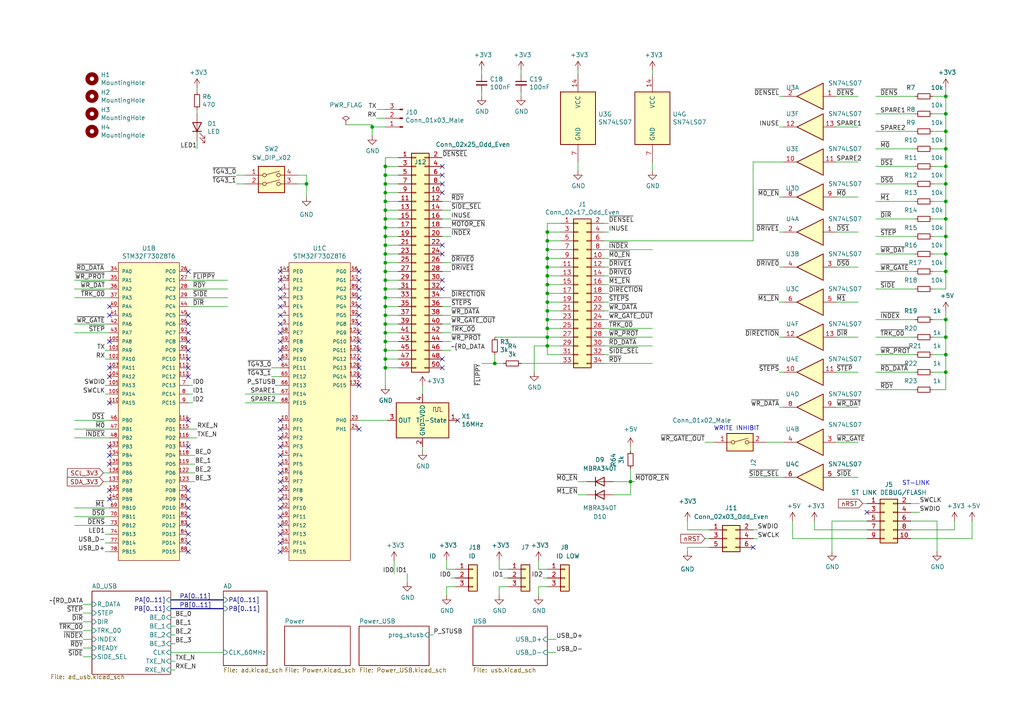
<source format=kicad_sch>
(kicad_sch (version 20211123) (generator eeschema)

  (uuid c1bac86f-cbf6-4c5b-b60d-c26fa73d9c09)

  (paper "A4")

  (title_block
    (title "Greaseweazle F7 Lighting, USB PD")
    (date "2022-09-14")
    (rev "2.00")
    (company "SweProj.com")
  )

  

  (junction (at 158.75 95.25) (diameter 0) (color 0 0 0 0)
    (uuid 01f82238-6335-48fe-8b0a-6853e227345a)
  )
  (junction (at 111.76 68.58) (diameter 0) (color 0 0 0 0)
    (uuid 068d7a7a-0f25-4de5-9cb5-2349a9191b50)
  )
  (junction (at 111.76 104.14) (diameter 0) (color 0 0 0 0)
    (uuid 0d6967d1-12be-4710-aef1-65627c2c9e8a)
  )
  (junction (at 158.75 77.47) (diameter 0) (color 0 0 0 0)
    (uuid 0fc5db66-6188-4c1f-bb14-0868bef113eb)
  )
  (junction (at 158.75 72.39) (diameter 0) (color 0 0 0 0)
    (uuid 10e52e95-44f3-4059-a86d-dcda603e0623)
  )
  (junction (at 111.76 58.42) (diameter 0) (color 0 0 0 0)
    (uuid 1187e9bb-7692-4dd1-9945-e39ef9e5ce5b)
  )
  (junction (at 158.75 92.71) (diameter 0) (color 0 0 0 0)
    (uuid 13bbfffc-affb-4b43-9eb1-f2ed90a8a919)
  )
  (junction (at 111.76 53.34) (diameter 0) (color 0 0 0 0)
    (uuid 14bfaf9f-b822-4cbc-aa30-b927236f307a)
  )
  (junction (at 158.75 90.17) (diameter 0) (color 0 0 0 0)
    (uuid 1ab71a3c-340b-469a-ada5-4f87f0b7b2fa)
  )
  (junction (at 158.75 82.55) (diameter 0) (color 0 0 0 0)
    (uuid 20caf6d2-76a7-497e-ac56-f6d31eb9027b)
  )
  (junction (at 274.32 38.1) (diameter 0) (color 0 0 0 0)
    (uuid 24adc223-60f0-4497-98a3-d664c5a13280)
  )
  (junction (at 158.75 69.85) (diameter 0) (color 0 0 0 0)
    (uuid 252f1275-081d-4d77-8bd5-3b9e6916ef42)
  )
  (junction (at 111.76 86.36) (diameter 0) (color 0 0 0 0)
    (uuid 2c99bd06-59a6-4b07-a512-6528fd43f4dc)
  )
  (junction (at 111.76 83.82) (diameter 0) (color 0 0 0 0)
    (uuid 35b2233e-2f59-44bf-93b3-2716d5b5b514)
  )
  (junction (at 111.76 78.74) (diameter 0) (color 0 0 0 0)
    (uuid 3857167d-f8fc-4da8-b232-a84de78f65eb)
  )
  (junction (at 158.75 74.93) (diameter 0) (color 0 0 0 0)
    (uuid 3c8d03bf-f31d-4aa0-b8db-a227ffd7d8d6)
  )
  (junction (at 274.32 92.71) (diameter 0) (color 0 0 0 0)
    (uuid 44b926bf-8bdd-4191-846d-2dfabab2cecb)
  )
  (junction (at 274.32 68.58) (diameter 0) (color 0 0 0 0)
    (uuid 4bbde53d-6894-4e18-9480-84a6a26d5f6b)
  )
  (junction (at 107.95 36.83) (diameter 0) (color 0 0 0 0)
    (uuid 542d1bcf-de02-4d57-bbbe-dd6f210c8c13)
  )
  (junction (at 88.9 53.34) (diameter 0) (color 0 0 0 0)
    (uuid 56ee0ed0-293b-48bb-9d64-787fea15f4f0)
  )
  (junction (at 111.76 50.8) (diameter 0) (color 0 0 0 0)
    (uuid 5c0b1897-8155-4679-9116-805919f75f96)
  )
  (junction (at 274.32 107.95) (diameter 0) (color 0 0 0 0)
    (uuid 5eb16f0d-ef1e-4549-97a1-19cd06ad7236)
  )
  (junction (at 158.75 85.09) (diameter 0) (color 0 0 0 0)
    (uuid 62a1f3d4-027d-4ecf-a37a-6fcf4263e9d2)
  )
  (junction (at 111.76 106.68) (diameter 0) (color 0 0 0 0)
    (uuid 6621a5a6-aa7a-4de2-9d29-1b200c13ada9)
  )
  (junction (at 111.76 88.9) (diameter 0) (color 0 0 0 0)
    (uuid 71e2c442-6854-420c-af35-dcfcf83456aa)
  )
  (junction (at 274.32 58.42) (diameter 0) (color 0 0 0 0)
    (uuid 749d9ed0-2ff2-4b55-abc5-f7231ec3aa28)
  )
  (junction (at 111.76 76.2) (diameter 0) (color 0 0 0 0)
    (uuid 7e59628a-e341-44cc-bf0f-f1b798a31f1a)
  )
  (junction (at 111.76 101.6) (diameter 0) (color 0 0 0 0)
    (uuid 7f8cd204-ec07-4f76-9072-92e7ccb38dd1)
  )
  (junction (at 111.76 93.98) (diameter 0) (color 0 0 0 0)
    (uuid 86d01cdf-5357-44e1-88d9-97c064cddc9b)
  )
  (junction (at 111.76 71.12) (diameter 0) (color 0 0 0 0)
    (uuid 8dbd51b4-44a2-4ec8-88cf-49079c3aa71e)
  )
  (junction (at 158.75 100.33) (diameter 0) (color 0 0 0 0)
    (uuid 8efee08b-b92e-4ba6-8722-c058e18114fe)
  )
  (junction (at 274.32 73.66) (diameter 0) (color 0 0 0 0)
    (uuid 9112ddd5-10d5-48b8-954f-f1d5adcacbd9)
  )
  (junction (at 274.32 43.18) (diameter 0) (color 0 0 0 0)
    (uuid 929a9b03-e99e-4b88-8e16-759f8c6b59a5)
  )
  (junction (at 111.76 91.44) (diameter 0) (color 0 0 0 0)
    (uuid 93d4a801-226a-48d7-8947-f1bfb7b16554)
  )
  (junction (at 111.76 81.28) (diameter 0) (color 0 0 0 0)
    (uuid 964e4e90-e12f-441c-9d6e-816439c420a1)
  )
  (junction (at 274.32 33.02) (diameter 0) (color 0 0 0 0)
    (uuid 98966de3-2364-43d8-a2e0-b03bb9487b03)
  )
  (junction (at 158.75 67.31) (diameter 0) (color 0 0 0 0)
    (uuid 98fe66f3-ec8b-4515-ae34-617f2124a7ec)
  )
  (junction (at 111.76 60.96) (diameter 0) (color 0 0 0 0)
    (uuid a91cedf1-2089-4c44-9b06-471821937b05)
  )
  (junction (at 274.32 53.34) (diameter 0) (color 0 0 0 0)
    (uuid aadc3df5-0e2d-4f3d-b72e-6f184da74c89)
  )
  (junction (at 111.76 48.26) (diameter 0) (color 0 0 0 0)
    (uuid adc65b09-91c2-4457-8ffe-d57980cf8d73)
  )
  (junction (at 274.32 63.5) (diameter 0) (color 0 0 0 0)
    (uuid af76ce95-feca-41fb-bf31-edaa26d6766a)
  )
  (junction (at 182.88 139.7) (diameter 0) (color 0 0 0 0)
    (uuid afacc12f-b097-4001-b889-9e6781913725)
  )
  (junction (at 143.51 105.41) (diameter 0) (color 0 0 0 0)
    (uuid b854a395-bfc6-4140-9640-75d4f9296771)
  )
  (junction (at 111.76 55.88) (diameter 0) (color 0 0 0 0)
    (uuid c1f5a21c-f5c2-44b0-9b58-90bde58c0d60)
  )
  (junction (at 274.32 102.87) (diameter 0) (color 0 0 0 0)
    (uuid c3a69550-c4fa-45d1-9aba-0bba47699cca)
  )
  (junction (at 274.32 78.74) (diameter 0) (color 0 0 0 0)
    (uuid ca9b74ce-0dee-401c-9544-f599f4cf538d)
  )
  (junction (at 111.76 99.06) (diameter 0) (color 0 0 0 0)
    (uuid cb63a9d8-a84d-43a5-8ff1-d18b1b48c54a)
  )
  (junction (at 274.32 27.94) (diameter 0) (color 0 0 0 0)
    (uuid da546d77-4b03-4562-8fc6-837fd68e7691)
  )
  (junction (at 111.76 96.52) (diameter 0) (color 0 0 0 0)
    (uuid e30dfecd-d78a-4507-91d6-d47619648416)
  )
  (junction (at 158.75 97.79) (diameter 0) (color 0 0 0 0)
    (uuid e6d68f56-4a40-4849-b8d1-13d5ca292900)
  )
  (junction (at 158.75 80.01) (diameter 0) (color 0 0 0 0)
    (uuid f6983918-fe05-46ea-b355-bc522ec53440)
  )
  (junction (at 274.32 97.79) (diameter 0) (color 0 0 0 0)
    (uuid f7070c76-b83b-43a9-a243-491723819616)
  )
  (junction (at 111.76 73.66) (diameter 0) (color 0 0 0 0)
    (uuid f70a4a9d-e097-4502-83aa-1f63e074f06b)
  )
  (junction (at 111.76 66.04) (diameter 0) (color 0 0 0 0)
    (uuid f82dfe8f-ba55-4ab9-a234-6aed39cd6ca4)
  )
  (junction (at 111.76 63.5) (diameter 0) (color 0 0 0 0)
    (uuid f91c051b-372e-45a5-ac05-790df945f858)
  )
  (junction (at 274.32 48.26) (diameter 0) (color 0 0 0 0)
    (uuid fc2e9f96-3bed-4896-b995-f56e799f1c77)
  )
  (junction (at 158.75 87.63) (diameter 0) (color 0 0 0 0)
    (uuid fc4ad874-c922-4070-89f9-7262080469d8)
  )

  (no_connect (at 54.61 99.06) (uuid 00891494-c03f-4b3e-809a-c84eb0c5ff0a))
  (no_connect (at 54.61 104.14) (uuid 024b81ed-7ca3-4557-b9fa-075644de96f7))
  (no_connect (at 31.75 116.84) (uuid 033fb47a-7330-48ce-ac5a-9fe1cb459eaf))
  (no_connect (at 81.28 139.7) (uuid 08714b46-29ca-4521-9566-29e040fc72cc))
  (no_connect (at 104.14 88.9) (uuid 1457e8f3-2460-440d-99d3-5b40eac43589))
  (no_connect (at 31.75 106.68) (uuid 17e5ed96-cc0f-4a4b-a700-6d7ef9acd7bc))
  (no_connect (at 54.61 91.44) (uuid 1e37fe91-3fc4-40b1-91c4-6c4ee1d6e125))
  (no_connect (at 54.61 147.32) (uuid 26eae7d0-939e-4b64-91c1-bf55949d2daf))
  (no_connect (at 81.28 81.28) (uuid 27007603-cd98-41a8-a7be-8db77e3ec570))
  (no_connect (at 218.44 158.75) (uuid 276dd34e-fc62-4ec0-a853-7be08f169b56))
  (no_connect (at 31.75 91.44) (uuid 2d870741-1f5a-4052-a22e-27571d815352))
  (no_connect (at 81.28 86.36) (uuid 2da23a18-3300-4252-b484-249181d69530))
  (no_connect (at 104.14 86.36) (uuid 300c371e-700b-496f-93f0-81a059d70460))
  (no_connect (at 81.28 127) (uuid 351e7c1c-f640-46bf-817e-0e5f388fa690))
  (no_connect (at 81.28 149.86) (uuid 36eb8b48-9fc4-4e61-80e9-937649cf4782))
  (no_connect (at 251.46 148.59) (uuid 37728c8e-efcc-462c-a749-47b6bfcbaf37))
  (no_connect (at 104.14 109.22) (uuid 3f893e9a-6fe6-4a4b-8258-268ba807dd4c))
  (no_connect (at 81.28 91.44) (uuid 4247a140-bbc6-42ed-9f12-5207475a1883))
  (no_connect (at 81.28 152.4) (uuid 42fbbe90-8164-4a79-b8b2-fd21b7d5f65c))
  (no_connect (at 31.75 132.08) (uuid 44f11401-c761-4962-89ab-032461972a58))
  (no_connect (at 31.75 142.24) (uuid 491aead6-9c4e-4fe5-aabe-d851483116da))
  (no_connect (at 81.28 124.46) (uuid 4cd0bd9f-817f-4e73-8746-dcc22ecd24ed))
  (no_connect (at 54.61 106.68) (uuid 54a777cf-b430-40e0-80a8-8b4acb62f375))
  (no_connect (at 81.28 104.14) (uuid 562e6b05-e9e1-41b7-bf27-4b3ad6810233))
  (no_connect (at 54.61 129.54) (uuid 5b9a50c7-ecff-4a29-9d0e-23fb747ba498))
  (no_connect (at 81.28 144.78) (uuid 643273c3-43c9-4ac4-86d8-c6a8eb457c15))
  (no_connect (at 104.14 106.68) (uuid 65914d90-2ecd-4afd-9dbb-4ff27ca3c0fa))
  (no_connect (at 104.14 78.74) (uuid 6ca02c22-abf9-4e6c-b9b7-6c93ab5b146f))
  (no_connect (at 54.61 96.52) (uuid 728bfe2b-ac1b-4f98-b4e8-b8663c1887da))
  (no_connect (at 54.61 93.98) (uuid 732d4189-9cf0-4564-bc31-49f2ca254fbb))
  (no_connect (at 54.61 160.02) (uuid 7bc95512-6329-4c23-b758-73f635511d06))
  (no_connect (at 81.28 96.52) (uuid 7e0a823a-2958-48c8-98d9-efdb7150bb81))
  (no_connect (at 31.75 99.06) (uuid 826fb3e4-1056-4f5f-956f-254f6941d336))
  (no_connect (at 104.14 83.82) (uuid 868a3433-d791-484e-9bb1-d9be133b4a21))
  (no_connect (at 81.28 157.48) (uuid 89315d23-03b7-46b1-81ee-6276bde90a82))
  (no_connect (at 81.28 137.16) (uuid 8a6dc8e4-8ddd-4bf1-b1ca-0495dd8ae127))
  (no_connect (at 54.61 152.4) (uuid 8c3e2ea9-ca92-4843-9074-44c21d854982))
  (no_connect (at 54.61 142.24) (uuid 8f790adc-8b38-4aac-8720-2e2b0dc659aa))
  (no_connect (at 132.715 121.92) (uuid 93af1374-af56-4fc8-af3f-6c16d61a0b21))
  (no_connect (at 81.28 93.98) (uuid 93e32358-1bdd-4e24-8b79-9054a0552b8a))
  (no_connect (at 81.28 134.62) (uuid 94300228-8a6b-43b4-8bd6-fde7b11076c8))
  (no_connect (at 104.14 111.76) (uuid 970b5190-6039-42f3-9c9c-64c50ef33fc2))
  (no_connect (at 81.28 101.6) (uuid 98337e12-9033-49eb-89cd-cc1afedfac6e))
  (no_connect (at 104.14 91.44) (uuid 994ec659-18e4-41e0-b6f4-15a99d6eabe3))
  (no_connect (at 31.75 109.22) (uuid 9bf407cf-f06a-48ac-8bea-4b5cfadd1384))
  (no_connect (at 128.27 53.34) (uuid 9ff8d6a5-7a30-44f2-b99b-6ecde8c232ac))
  (no_connect (at 128.27 55.88) (uuid 9ff8d6a5-7a30-44f2-b99b-6ecde8c232ad))
  (no_connect (at 128.27 71.12) (uuid 9ff8d6a5-7a30-44f2-b99b-6ecde8c232ae))
  (no_connect (at 128.27 48.26) (uuid 9ff8d6a5-7a30-44f2-b99b-6ecde8c232af))
  (no_connect (at 128.27 50.8) (uuid 9ff8d6a5-7a30-44f2-b99b-6ecde8c232b0))
  (no_connect (at 128.27 106.68) (uuid 9ff8d6a5-7a30-44f2-b99b-6ecde8c232b1))
  (no_connect (at 128.27 104.14) (uuid 9ff8d6a5-7a30-44f2-b99b-6ecde8c232b2))
  (no_connect (at 128.27 83.82) (uuid 9ff8d6a5-7a30-44f2-b99b-6ecde8c232b3))
  (no_connect (at 128.27 81.28) (uuid 9ff8d6a5-7a30-44f2-b99b-6ecde8c232b4))
  (no_connect (at 128.27 73.66) (uuid 9ff8d6a5-7a30-44f2-b99b-6ecde8c232b5))
  (no_connect (at 54.61 149.86) (uuid a7128e49-87e5-4854-ba63-ff1d53065189))
  (no_connect (at 81.28 147.32) (uuid ab5a8b90-558e-42dc-9b97-c893fb5a2b10))
  (no_connect (at 54.61 109.22) (uuid abb7db91-c8d0-49b9-ba9c-db0b048a9efe))
  (no_connect (at 54.61 144.78) (uuid ac72df19-9d81-40b9-913f-ca2d4db7827b))
  (no_connect (at 54.61 121.92) (uuid ae3b158c-9426-4780-9122-e8d1603ed7e1))
  (no_connect (at 104.14 99.06) (uuid ae68231e-4175-4e26-98a5-5fcd909d496b))
  (no_connect (at 81.28 132.08) (uuid b0e5a25e-ab68-45e1-b20b-c2a413556c18))
  (no_connect (at 31.75 88.9) (uuid b3f21f3f-128c-4e88-bcd2-38f966b77321))
  (no_connect (at 54.61 154.94) (uuid b5680de7-ae05-4ffb-b73d-7b0f27073ab6))
  (no_connect (at 81.28 160.02) (uuid b8406398-c88b-436a-9dd4-9aaaf6c5a488))
  (no_connect (at 81.28 83.82) (uuid bb55aca0-2551-4f41-b493-535b0a8afccc))
  (no_connect (at 104.14 124.46) (uuid be021e70-1a5b-4fc4-aa0c-41b42db09350))
  (no_connect (at 54.61 157.48) (uuid be98f734-3bc9-4d9c-97e5-20415c91c5d7))
  (no_connect (at 81.28 154.94) (uuid c44eb740-e633-485c-b41b-878872c1f69d))
  (no_connect (at 104.14 81.28) (uuid c75b0135-9e9d-4628-9762-267358c3bb33))
  (no_connect (at 104.14 93.98) (uuid c9f403fb-ed4d-4b33-adac-b0ef7f0d1d69))
  (no_connect (at 104.14 104.14) (uuid cb586b87-68d3-4355-b17f-2e06d5bf0e1d))
  (no_connect (at 31.75 144.78) (uuid cc4a2a56-97a6-492d-bc87-2abcaa1e59f5))
  (no_connect (at 104.14 101.6) (uuid cd1b4d44-9354-45f7-a49e-7e6ba6548bfd))
  (no_connect (at 81.28 142.24) (uuid d006523f-5372-4136-95eb-0454648c416c))
  (no_connect (at 104.14 96.52) (uuid d3741fbd-9f9b-42c7-b81f-2926ebc3b2ca))
  (no_connect (at 54.61 101.6) (uuid d47d1af6-c1eb-43a3-bb4e-f85f5c891f22))
  (no_connect (at 31.75 129.54) (uuid e1a096b2-4e3b-4c20-a010-5831605cd725))
  (no_connect (at 81.28 129.54) (uuid e4dc41c5-7dc7-4686-9bd0-3571dfbbd23a))
  (no_connect (at 81.28 121.92) (uuid ede20bd1-a6ee-466f-a29c-b8d337356dba))
  (no_connect (at 81.28 78.74) (uuid eec7dc80-1e4e-4381-a5d0-5cc426ef5a55))
  (no_connect (at 31.75 134.62) (uuid f370fbc7-327f-4578-a64e-261caa1f96b9))
  (no_connect (at 81.28 99.06) (uuid f3b3c682-3311-4e76-90db-0e5373f40533))
  (no_connect (at 54.61 78.74) (uuid f78abf3d-5695-4b76-b33f-d959d7b688e7))
  (no_connect (at 81.28 88.9) (uuid faa958cd-c104-4993-9160-c571d81aa390))

  (wire (pts (xy 30.48 101.6) (xy 31.75 101.6))
    (stroke (width 0) (type default) (color 0 0 0 0))
    (uuid 000b46d6-b833-4804-8f56-56d539f76d09)
  )
  (wire (pts (xy 111.76 66.04) (xy 111.76 68.58))
    (stroke (width 0) (type default) (color 0 0 0 0))
    (uuid 01dc798b-4c95-4d40-80b7-aa972004ee44)
  )
  (wire (pts (xy 129.54 170.18) (xy 132.08 170.18))
    (stroke (width 0) (type default) (color 0 0 0 0))
    (uuid 03e48a7d-cbfe-454a-bd5a-26805d2a84ce)
  )
  (wire (pts (xy 128.27 78.74) (xy 130.81 78.74))
    (stroke (width 0) (type default) (color 0 0 0 0))
    (uuid 042b8bea-9219-4f6a-89b3-599bbdfa8b93)
  )
  (wire (pts (xy 177.8 143.51) (xy 182.88 143.51))
    (stroke (width 0) (type default) (color 0 0 0 0))
    (uuid 04657fbf-e375-4129-bf29-87f895ae9e9c)
  )
  (wire (pts (xy 111.76 71.12) (xy 115.57 71.12))
    (stroke (width 0) (type default) (color 0 0 0 0))
    (uuid 04d7fd83-a6aa-4987-9e20-3d50c265b831)
  )
  (wire (pts (xy 242.57 128.27) (xy 248.92 128.27))
    (stroke (width 0) (type default) (color 0 0 0 0))
    (uuid 05d3e08e-e1f9-46cf-93d0-836d1306d03a)
  )
  (wire (pts (xy 111.76 48.26) (xy 115.57 48.26))
    (stroke (width 0) (type default) (color 0 0 0 0))
    (uuid 05d6ed65-9b0b-47fc-9d52-3f81dfc32551)
  )
  (wire (pts (xy 128.27 88.9) (xy 130.81 88.9))
    (stroke (width 0) (type default) (color 0 0 0 0))
    (uuid 05e3b151-dc12-4701-912e-3bf8070597d8)
  )
  (wire (pts (xy 175.26 100.33) (xy 189.23 100.33))
    (stroke (width 0) (type default) (color 0 0 0 0))
    (uuid 06665bf8-cef1-4e75-8d5b-1537b3c1b090)
  )
  (wire (pts (xy 274.32 83.82) (xy 274.32 78.74))
    (stroke (width 0) (type default) (color 0 0 0 0))
    (uuid 099473f1-6598-46ff-a50f-4c520832170d)
  )
  (wire (pts (xy 128.27 91.44) (xy 130.81 91.44))
    (stroke (width 0) (type default) (color 0 0 0 0))
    (uuid 0a1f756a-03ad-48d1-a3cc-07b1e91bf6b5)
  )
  (wire (pts (xy 21.59 124.46) (xy 31.75 124.46))
    (stroke (width 0) (type default) (color 0 0 0 0))
    (uuid 0c5dddf1-38df-43d2-b49c-e7b691dab0ab)
  )
  (wire (pts (xy 158.75 67.31) (xy 158.75 69.85))
    (stroke (width 0) (type default) (color 0 0 0 0))
    (uuid 0dfdfa9f-1e3f-4e14-b64b-12bde76a80c7)
  )
  (wire (pts (xy 162.56 100.33) (xy 158.75 100.33))
    (stroke (width 0) (type default) (color 0 0 0 0))
    (uuid 0e249018-17e7-42b3-ae5d-5ebf3ae299ae)
  )
  (wire (pts (xy 29.972 137.16) (xy 31.75 137.16))
    (stroke (width 0) (type default) (color 0 0 0 0))
    (uuid 0e7ad38a-9a9f-4f7f-85da-d397ca1ffbd3)
  )
  (wire (pts (xy 86.36 50.8) (xy 88.9 50.8))
    (stroke (width 0) (type default) (color 0 0 0 0))
    (uuid 0ec8848f-4be5-421c-bcfc-a66d819b129d)
  )
  (wire (pts (xy 111.76 91.44) (xy 115.57 91.44))
    (stroke (width 0) (type default) (color 0 0 0 0))
    (uuid 105d2701-5e63-4eb3-8241-5608caa465c8)
  )
  (wire (pts (xy 86.36 53.34) (xy 88.9 53.34))
    (stroke (width 0) (type default) (color 0 0 0 0))
    (uuid 114a2768-e1fd-4d16-9d75-a2b2dcf3668d)
  )
  (wire (pts (xy 281.94 156.21) (xy 281.94 151.13))
    (stroke (width 0) (type default) (color 0 0 0 0))
    (uuid 11c7c8d4-4c4b-4330-bb59-1eec2e98b255)
  )
  (wire (pts (xy 274.32 43.18) (xy 270.51 43.18))
    (stroke (width 0) (type default) (color 0 0 0 0))
    (uuid 13ac70df-e9b9-44e5-96e6-20f0b0dc6a3a)
  )
  (wire (pts (xy 226.06 67.31) (xy 227.33 67.31))
    (stroke (width 0) (type default) (color 0 0 0 0))
    (uuid 14064e1b-d8db-4b96-9159-f0491d3e5f02)
  )
  (wire (pts (xy 162.56 80.01) (xy 158.75 80.01))
    (stroke (width 0) (type default) (color 0 0 0 0))
    (uuid 142dd724-2a9f-4eea-ab21-209b1bc7ec65)
  )
  (wire (pts (xy 158.75 80.01) (xy 158.75 77.47))
    (stroke (width 0) (type default) (color 0 0 0 0))
    (uuid 15a82541-58d8-45b5-99c5-fb52e017e3ea)
  )
  (wire (pts (xy 274.32 92.71) (xy 274.32 90.17))
    (stroke (width 0) (type default) (color 0 0 0 0))
    (uuid 1732b93f-cd0e-4ca4-a905-bb406354ca33)
  )
  (wire (pts (xy 274.32 107.95) (xy 274.32 102.87))
    (stroke (width 0) (type default) (color 0 0 0 0))
    (uuid 17cf1c88-8d51-4538-aa76-e35ac22d0ed0)
  )
  (wire (pts (xy 218.44 46.99) (xy 227.33 46.99))
    (stroke (width 0) (type default) (color 0 0 0 0))
    (uuid 17ed3508-fa2e-4593-a799-bfd39a6cc14d)
  )
  (wire (pts (xy 49.53 184.15) (xy 50.8 184.15))
    (stroke (width 0) (type default) (color 0 0 0 0))
    (uuid 18372a25-ed01-47c8-be92-161857f6e1d7)
  )
  (wire (pts (xy 31.75 127) (xy 21.59 127))
    (stroke (width 0) (type default) (color 0 0 0 0))
    (uuid 1855ca44-ab48-4b76-a210-97fc81d916c4)
  )
  (wire (pts (xy 270.51 83.82) (xy 274.32 83.82))
    (stroke (width 0) (type default) (color 0 0 0 0))
    (uuid 1876c30c-72b2-4a8d-9f32-bf8b213530b4)
  )
  (wire (pts (xy 24.13 190.5) (xy 26.67 190.5))
    (stroke (width 0) (type default) (color 0 0 0 0))
    (uuid 197737a3-f629-4847-a3bd-29bbed8e8513)
  )
  (wire (pts (xy 71.12 114.3) (xy 81.28 114.3))
    (stroke (width 0) (type default) (color 0 0 0 0))
    (uuid 1bf7d0f9-0dcf-4d7c-b58c-318e3dc42bc9)
  )
  (wire (pts (xy 242.57 97.79) (xy 248.92 97.79))
    (stroke (width 0) (type default) (color 0 0 0 0))
    (uuid 1c052668-6749-425a-9a77-35f046c8aa39)
  )
  (wire (pts (xy 129.54 170.18) (xy 129.54 172.72))
    (stroke (width 0) (type default) (color 0 0 0 0))
    (uuid 1c24771c-19d1-4407-9c2f-255b7ddf0492)
  )
  (wire (pts (xy 30.48 157.48) (xy 31.75 157.48))
    (stroke (width 0) (type default) (color 0 0 0 0))
    (uuid 1de61170-5337-44c5-ba28-bd477db4bff1)
  )
  (wire (pts (xy 49.53 191.77) (xy 50.8 191.77))
    (stroke (width 0) (type default) (color 0 0 0 0))
    (uuid 1e6339d5-f0ee-4a4b-9faf-4b2631e397d5)
  )
  (wire (pts (xy 111.76 101.6) (xy 111.76 104.14))
    (stroke (width 0) (type default) (color 0 0 0 0))
    (uuid 1f261883-4501-4c16-8f24-011b93c7b7c4)
  )
  (wire (pts (xy 111.76 60.96) (xy 111.76 63.5))
    (stroke (width 0) (type default) (color 0 0 0 0))
    (uuid 1f848839-e564-450f-a963-ebf13ca910f5)
  )
  (wire (pts (xy 30.48 111.76) (xy 31.75 111.76))
    (stroke (width 0) (type default) (color 0 0 0 0))
    (uuid 2102c637-9f11-48f1-aae6-b4139dc22be2)
  )
  (wire (pts (xy 54.61 134.62) (xy 56.515 134.62))
    (stroke (width 0) (type default) (color 0 0 0 0))
    (uuid 21768691-1e43-45ea-b868-82651819b936)
  )
  (wire (pts (xy 54.61 132.08) (xy 56.515 132.08))
    (stroke (width 0) (type default) (color 0 0 0 0))
    (uuid 22349afa-99b6-4268-ade5-32f12de232db)
  )
  (wire (pts (xy 144.78 170.18) (xy 147.32 170.18))
    (stroke (width 0) (type default) (color 0 0 0 0))
    (uuid 22b49795-d138-447a-8a67-2f87ad0d4bd4)
  )
  (wire (pts (xy 218.44 156.21) (xy 219.71 156.21))
    (stroke (width 0) (type default) (color 0 0 0 0))
    (uuid 22c1623e-dd8d-428b-b9ae-ebb3a532b396)
  )
  (wire (pts (xy 128.27 99.06) (xy 130.81 99.06))
    (stroke (width 0) (type default) (color 0 0 0 0))
    (uuid 2447f5f1-b3d5-43aa-959f-88436ebed06d)
  )
  (wire (pts (xy 88.9 50.8) (xy 88.9 53.34))
    (stroke (width 0) (type default) (color 0 0 0 0))
    (uuid 2572e34f-bfb2-4fa7-969f-a04e338d6e2f)
  )
  (wire (pts (xy 111.76 106.68) (xy 115.57 106.68))
    (stroke (width 0) (type default) (color 0 0 0 0))
    (uuid 26f6b829-e63c-496a-b791-5dd68c7ead9d)
  )
  (wire (pts (xy 30.48 114.3) (xy 31.75 114.3))
    (stroke (width 0) (type default) (color 0 0 0 0))
    (uuid 272c2a78-b5f5-4b61-aed3-ec69e0e92729)
  )
  (wire (pts (xy 274.32 38.1) (xy 274.32 43.18))
    (stroke (width 0) (type default) (color 0 0 0 0))
    (uuid 278a91dc-d57d-4a5c-a045-34b6bd84131f)
  )
  (wire (pts (xy 274.32 25.4) (xy 274.32 27.94))
    (stroke (width 0) (type default) (color 0 0 0 0))
    (uuid 29126f72-63f7-4275-8b12-6b96a71c6f17)
  )
  (wire (pts (xy 254 53.34) (xy 265.43 53.34))
    (stroke (width 0) (type default) (color 0 0 0 0))
    (uuid 291935ec-f8ff-41f0-8717-e68b8af7b8c1)
  )
  (wire (pts (xy 114.3 162.56) (xy 114.3 166.37))
    (stroke (width 0) (type default) (color 0 0 0 0))
    (uuid 291baaf6-406d-492c-8388-51e68532cfbf)
  )
  (wire (pts (xy 111.76 88.9) (xy 111.76 91.44))
    (stroke (width 0) (type default) (color 0 0 0 0))
    (uuid 2b5319a3-2b4f-4c5e-b61e-a7934593e487)
  )
  (wire (pts (xy 128.27 86.36) (xy 130.81 86.36))
    (stroke (width 0) (type default) (color 0 0 0 0))
    (uuid 2b8c6538-2116-4527-a026-b4925dd2ee57)
  )
  (wire (pts (xy 57.15 31.75) (xy 57.15 33.02))
    (stroke (width 0) (type default) (color 0 0 0 0))
    (uuid 2ba25c40-ea42-478e-9150-1d94fa1c8ae9)
  )
  (wire (pts (xy 274.32 27.94) (xy 274.32 33.02))
    (stroke (width 0) (type default) (color 0 0 0 0))
    (uuid 2ea8fa6f-efc3-40fe-bcf9-05bfa46ead4f)
  )
  (wire (pts (xy 270.51 92.71) (xy 274.32 92.71))
    (stroke (width 0) (type default) (color 0 0 0 0))
    (uuid 2f0570b6-86da-47a8-9e56-ce60c431c534)
  )
  (wire (pts (xy 162.56 87.63) (xy 158.75 87.63))
    (stroke (width 0) (type default) (color 0 0 0 0))
    (uuid 2f291a4b-4ecb-4692-9ad2-324f9784c0d4)
  )
  (wire (pts (xy 264.16 156.21) (xy 281.94 156.21))
    (stroke (width 0) (type default) (color 0 0 0 0))
    (uuid 300aa512-2f66-4c26-a530-50c091b3a099)
  )
  (wire (pts (xy 78.74 106.68) (xy 81.28 106.68))
    (stroke (width 0) (type default) (color 0 0 0 0))
    (uuid 3036ba32-a371-4e05-a934-abb44d31f530)
  )
  (wire (pts (xy 111.76 73.66) (xy 115.57 73.66))
    (stroke (width 0) (type default) (color 0 0 0 0))
    (uuid 3102a495-c747-4ebd-910d-ccca3f28177b)
  )
  (wire (pts (xy 158.75 90.17) (xy 158.75 87.63))
    (stroke (width 0) (type default) (color 0 0 0 0))
    (uuid 319639ae-c2c5-486d-93b1-d03bb1b64252)
  )
  (wire (pts (xy 111.76 86.36) (xy 111.76 88.9))
    (stroke (width 0) (type default) (color 0 0 0 0))
    (uuid 32cfb255-fdbf-4c67-9adf-72dba031ac4d)
  )
  (wire (pts (xy 49.53 181.61) (xy 50.8 181.61))
    (stroke (width 0) (type default) (color 0 0 0 0))
    (uuid 341ec5b3-c64a-4b70-8a9f-cdadc79f8893)
  )
  (wire (pts (xy 254 43.18) (xy 265.43 43.18))
    (stroke (width 0) (type default) (color 0 0 0 0))
    (uuid 35fb7c56-dc85-43f7-b954-81b8040a8500)
  )
  (wire (pts (xy 130.81 167.64) (xy 132.08 167.64))
    (stroke (width 0) (type default) (color 0 0 0 0))
    (uuid 3656bb3f-f8a4-4f3a-8e9a-ec6203c87a56)
  )
  (wire (pts (xy 111.76 101.6) (xy 115.57 101.6))
    (stroke (width 0) (type default) (color 0 0 0 0))
    (uuid 395f28d9-5d9e-4a88-b7ad-8a1df4610090)
  )
  (wire (pts (xy 241.3 151.13) (xy 251.46 151.13))
    (stroke (width 0) (type default) (color 0 0 0 0))
    (uuid 39845449-7a31-4262-86b1-e7af14a6659f)
  )
  (wire (pts (xy 158.75 67.31) (xy 162.56 67.31))
    (stroke (width 0) (type default) (color 0 0 0 0))
    (uuid 3a41dd27-ec14-44d5-b505-aad1d829f79a)
  )
  (wire (pts (xy 162.56 90.17) (xy 158.75 90.17))
    (stroke (width 0) (type default) (color 0 0 0 0))
    (uuid 3a70978e-dcc2-4620-a99c-514362812927)
  )
  (wire (pts (xy 54.61 83.82) (xy 66.04 83.82))
    (stroke (width 0) (type default) (color 0 0 0 0))
    (uuid 3b65c51e-c243-447e-bee9-832d94c1630e)
  )
  (wire (pts (xy 144.78 162.56) (xy 144.78 165.1))
    (stroke (width 0) (type default) (color 0 0 0 0))
    (uuid 3c3e06bd-c8bb-4ec8-84e0-f7f9437909b3)
  )
  (wire (pts (xy 100.33 36.195) (xy 107.95 36.195))
    (stroke (width 0) (type default) (color 0 0 0 0))
    (uuid 3d658213-87c1-4ec1-8d7a-e38d061627b3)
  )
  (wire (pts (xy 162.56 82.55) (xy 158.75 82.55))
    (stroke (width 0) (type default) (color 0 0 0 0))
    (uuid 3d6cdd62-5634-4e30-acf8-1b9c1dbf6653)
  )
  (wire (pts (xy 49.53 179.07) (xy 50.8 179.07))
    (stroke (width 0) (type default) (color 0 0 0 0))
    (uuid 3db24eb3-cf1d-4362-9d9c-83f79ae00e7a)
  )
  (wire (pts (xy 199.39 153.67) (xy 205.74 153.67))
    (stroke (width 0) (type default) (color 0 0 0 0))
    (uuid 3ec95abd-e81e-441d-9d27-b430f8003396)
  )
  (wire (pts (xy 129.54 165.1) (xy 132.08 165.1))
    (stroke (width 0) (type default) (color 0 0 0 0))
    (uuid 3f1ae028-5eb5-4638-9698-eea3446a90d1)
  )
  (wire (pts (xy 111.76 58.42) (xy 115.57 58.42))
    (stroke (width 0) (type default) (color 0 0 0 0))
    (uuid 3f329a8f-e359-4d98-956d-6a077a40e514)
  )
  (wire (pts (xy 175.26 85.09) (xy 176.53 85.09))
    (stroke (width 0) (type default) (color 0 0 0 0))
    (uuid 3f7513cb-6fe5-481f-8bc3-13eed2580912)
  )
  (wire (pts (xy 274.32 113.03) (xy 274.32 107.95))
    (stroke (width 0) (type default) (color 0 0 0 0))
    (uuid 3fa05934-8ad1-40a9-af5c-98ad298eb412)
  )
  (wire (pts (xy 21.59 96.52) (xy 31.75 96.52))
    (stroke (width 0) (type default) (color 0 0 0 0))
    (uuid 4160bbf7-ffff-4c5c-a647-5ee58ddecf06)
  )
  (wire (pts (xy 122.555 111.76) (xy 122.555 114.3))
    (stroke (width 0) (type default) (color 0 0 0 0))
    (uuid 41c18011-40db-4384-9ba4-c0158d0d9d6a)
  )
  (wire (pts (xy 158.75 185.42) (xy 161.29 185.42))
    (stroke (width 0) (type default) (color 0 0 0 0))
    (uuid 42b61d5b-39d6-462b-b2cc-57656078085f)
  )
  (wire (pts (xy 111.76 34.29) (xy 109.22 34.29))
    (stroke (width 0) (type default) (color 0 0 0 0))
    (uuid 42bd0f96-a831-406e-abb7-03ed1bbd785f)
  )
  (wire (pts (xy 88.9 53.34) (xy 88.9 57.15))
    (stroke (width 0) (type default) (color 0 0 0 0))
    (uuid 460a89a1-c9e5-44e6-806f-b581d43ece37)
  )
  (wire (pts (xy 274.32 33.02) (xy 274.32 38.1))
    (stroke (width 0) (type default) (color 0 0 0 0))
    (uuid 4641c87c-bffa-41fe-ae77-be3a97a6f797)
  )
  (wire (pts (xy 264.16 153.67) (xy 276.86 153.67))
    (stroke (width 0) (type default) (color 0 0 0 0))
    (uuid 46491a9d-8b3d-4c74-b09a-70c876f162e5)
  )
  (wire (pts (xy 156.21 165.1) (xy 158.75 165.1))
    (stroke (width 0) (type default) (color 0 0 0 0))
    (uuid 4888c330-f8fa-492d-aa6f-da06d2350187)
  )
  (wire (pts (xy 156.21 162.56) (xy 156.21 165.1))
    (stroke (width 0) (type default) (color 0 0 0 0))
    (uuid 48c34b19-0b1a-4994-ab08-825d4c2b7c6b)
  )
  (wire (pts (xy 111.76 73.66) (xy 111.76 76.2))
    (stroke (width 0) (type default) (color 0 0 0 0))
    (uuid 4905470f-e5d5-44e9-bdea-3395fa3a3921)
  )
  (wire (pts (xy 254 107.95) (xy 265.43 107.95))
    (stroke (width 0) (type default) (color 0 0 0 0))
    (uuid 49488c82-6277-4d05-a051-6a9df142c373)
  )
  (wire (pts (xy 254 58.42) (xy 265.43 58.42))
    (stroke (width 0) (type default) (color 0 0 0 0))
    (uuid 49a65079-57a9-46fc-8711-1d7f2cab8dbf)
  )
  (wire (pts (xy 30.48 160.02) (xy 31.75 160.02))
    (stroke (width 0) (type default) (color 0 0 0 0))
    (uuid 49b5f540-e128-4e08-bb09-f321f8e64056)
  )
  (wire (pts (xy 274.32 38.1) (xy 270.51 38.1))
    (stroke (width 0) (type default) (color 0 0 0 0))
    (uuid 4cc0e615-05a0-4f42-a208-4011ba8ef841)
  )
  (wire (pts (xy 111.76 55.88) (xy 111.76 58.42))
    (stroke (width 0) (type default) (color 0 0 0 0))
    (uuid 4cdd7089-c144-4631-a49d-c738e3706227)
  )
  (wire (pts (xy 274.32 58.42) (xy 274.32 53.34))
    (stroke (width 0) (type default) (color 0 0 0 0))
    (uuid 4cfd9a02-97ef-4af4-a6b8-db9be1a8fda5)
  )
  (wire (pts (xy 175.26 90.17) (xy 176.53 90.17))
    (stroke (width 0) (type default) (color 0 0 0 0))
    (uuid 4e563ce6-c7b9-4224-ace7-42cd7b117034)
  )
  (wire (pts (xy 254 38.1) (xy 265.43 38.1))
    (stroke (width 0) (type default) (color 0 0 0 0))
    (uuid 4e677390-a246-4ca0-954c-746e0870f88f)
  )
  (wire (pts (xy 182.88 129.54) (xy 182.88 130.81))
    (stroke (width 0) (type default) (color 0 0 0 0))
    (uuid 4fa74df1-ebd8-46ed-bf5b-d6c582baafde)
  )
  (wire (pts (xy 154.94 100.33) (xy 154.94 107.95))
    (stroke (width 0) (type default) (color 0 0 0 0))
    (uuid 52a8f1be-73ca-41a8-bc24-2320706b0ec1)
  )
  (wire (pts (xy 139.7 26.67) (xy 139.7 27.94))
    (stroke (width 0) (type default) (color 0 0 0 0))
    (uuid 53719fc4-141e-4c58-98cd-ab3bf9a4e1c0)
  )
  (wire (pts (xy 270.51 68.58) (xy 274.32 68.58))
    (stroke (width 0) (type default) (color 0 0 0 0))
    (uuid 54ed3ee1-891b-418e-ab9c-6a18747d7388)
  )
  (wire (pts (xy 31.75 152.4) (xy 21.59 152.4))
    (stroke (width 0) (type default) (color 0 0 0 0))
    (uuid 5576cd03-3bad-40c5-9316-1d286895d52a)
  )
  (wire (pts (xy 144.78 165.1) (xy 147.32 165.1))
    (stroke (width 0) (type default) (color 0 0 0 0))
    (uuid 559e1426-1fb6-47d1-a873-ab4aaa368ae6)
  )
  (wire (pts (xy 111.76 31.75) (xy 109.22 31.75))
    (stroke (width 0) (type default) (color 0 0 0 0))
    (uuid 57543893-39bf-4d83-b4e0-8d020b4a6d48)
  )
  (wire (pts (xy 274.32 97.79) (xy 274.32 92.71))
    (stroke (width 0) (type default) (color 0 0 0 0))
    (uuid 58126faf-01a4-4f91-8e8c-ca9e47b48048)
  )
  (wire (pts (xy 254 83.82) (xy 265.43 83.82))
    (stroke (width 0) (type default) (color 0 0 0 0))
    (uuid 58cc7831-f944-4d33-8c61-2fd5bebc61e0)
  )
  (wire (pts (xy 111.76 99.06) (xy 111.76 101.6))
    (stroke (width 0) (type default) (color 0 0 0 0))
    (uuid 5a498b94-152d-4c3c-b168-67379cce2165)
  )
  (wire (pts (xy 167.64 20.32) (xy 167.64 21.59))
    (stroke (width 0) (type default) (color 0 0 0 0))
    (uuid 5b70b09b-6762-4725-9d48-805300c0bdc8)
  )
  (wire (pts (xy 21.59 93.98) (xy 31.75 93.98))
    (stroke (width 0) (type default) (color 0 0 0 0))
    (uuid 5bab6a37-1fdf-4cf8-b571-44c962ed86e9)
  )
  (wire (pts (xy 175.26 80.01) (xy 176.53 80.01))
    (stroke (width 0) (type default) (color 0 0 0 0))
    (uuid 5c72c984-d4a8-4f48-9a7a-2aa9b6284609)
  )
  (wire (pts (xy 177.8 139.7) (xy 182.88 139.7))
    (stroke (width 0) (type default) (color 0 0 0 0))
    (uuid 5e34b255-874b-4b5f-a1f3-79e323d9278a)
  )
  (wire (pts (xy 111.76 76.2) (xy 111.76 78.74))
    (stroke (width 0) (type default) (color 0 0 0 0))
    (uuid 5f2e9c21-b36e-4432-b901-39c98c054570)
  )
  (wire (pts (xy 128.27 101.6) (xy 130.81 101.6))
    (stroke (width 0) (type default) (color 0 0 0 0))
    (uuid 5fe9a8c1-579e-4b33-a28f-2287de31bc8f)
  )
  (wire (pts (xy 204.47 128.27) (xy 207.01 128.27))
    (stroke (width 0) (type default) (color 0 0 0 0))
    (uuid 60a6b889-b680-4b8b-8f73-0633fe94c5ba)
  )
  (wire (pts (xy 111.76 86.36) (xy 115.57 86.36))
    (stroke (width 0) (type default) (color 0 0 0 0))
    (uuid 6123de74-e7fc-4738-8ff4-abd5233ea3f0)
  )
  (wire (pts (xy 175.26 82.55) (xy 176.53 82.55))
    (stroke (width 0) (type default) (color 0 0 0 0))
    (uuid 61447001-96f3-4ac4-a932-91f733b21544)
  )
  (wire (pts (xy 21.59 83.82) (xy 31.75 83.82))
    (stroke (width 0) (type default) (color 0 0 0 0))
    (uuid 6150c02b-beb5-4af1-951e-3666a285a6ea)
  )
  (wire (pts (xy 175.26 102.87) (xy 176.53 102.87))
    (stroke (width 0) (type default) (color 0 0 0 0))
    (uuid 620d0d18-5248-4410-bb06-dea084235707)
  )
  (wire (pts (xy 158.75 72.39) (xy 162.56 72.39))
    (stroke (width 0) (type default) (color 0 0 0 0))
    (uuid 62e8c4d4-266c-4e53-8981-1028251d724c)
  )
  (wire (pts (xy 274.32 48.26) (xy 270.51 48.26))
    (stroke (width 0) (type default) (color 0 0 0 0))
    (uuid 631c7be5-8dc2-4df4-ab73-737bb928e763)
  )
  (wire (pts (xy 143.51 102.87) (xy 143.51 105.41))
    (stroke (width 0) (type default) (color 0 0 0 0))
    (uuid 633292d3-80c5-4986-be82-ce926e9f09f4)
  )
  (wire (pts (xy 158.75 100.33) (xy 158.75 97.79))
    (stroke (width 0) (type default) (color 0 0 0 0))
    (uuid 63489ebf-0f52-43a6-a0ab-158b1a7d4988)
  )
  (wire (pts (xy 254 27.94) (xy 265.43 27.94))
    (stroke (width 0) (type default) (color 0 0 0 0))
    (uuid 637e9edf-ffed-49a2-8408-fa110c9a4c79)
  )
  (wire (pts (xy 226.06 77.47) (xy 227.33 77.47))
    (stroke (width 0) (type default) (color 0 0 0 0))
    (uuid 643a0e14-1c81-4883-9037-039c243acc5c)
  )
  (wire (pts (xy 111.76 50.8) (xy 115.57 50.8))
    (stroke (width 0) (type default) (color 0 0 0 0))
    (uuid 649fe687-776d-40a8-8956-cf56be8678e1)
  )
  (wire (pts (xy 236.22 153.67) (xy 251.46 153.67))
    (stroke (width 0) (type default) (color 0 0 0 0))
    (uuid 64d1d0fe-4fd6-4a55-8314-56a651e1ccab)
  )
  (wire (pts (xy 175.26 74.93) (xy 176.53 74.93))
    (stroke (width 0) (type default) (color 0 0 0 0))
    (uuid 663516d2-919a-4a92-bdfb-fab0b7a33e92)
  )
  (wire (pts (xy 175.26 97.79) (xy 189.23 97.79))
    (stroke (width 0) (type default) (color 0 0 0 0))
    (uuid 66ca01b3-51ff-4294-9b77-4492e98f6aec)
  )
  (wire (pts (xy 128.27 66.04) (xy 130.81 66.04))
    (stroke (width 0) (type default) (color 0 0 0 0))
    (uuid 6807b074-032b-4c51-b22d-e941de673402)
  )
  (wire (pts (xy 24.13 175.26) (xy 26.67 175.26))
    (stroke (width 0) (type default) (color 0 0 0 0))
    (uuid 68191023-0d18-4f99-a293-00db5ad9e7a0)
  )
  (wire (pts (xy 111.76 91.44) (xy 111.76 93.98))
    (stroke (width 0) (type default) (color 0 0 0 0))
    (uuid 6823c850-9a49-4624-92ab-0fa22f6fef1e)
  )
  (wire (pts (xy 128.27 58.42) (xy 130.81 58.42))
    (stroke (width 0) (type default) (color 0 0 0 0))
    (uuid 692165ae-3334-4d40-a34f-38277ee462be)
  )
  (wire (pts (xy 54.61 124.46) (xy 57.15 124.46))
    (stroke (width 0) (type default) (color 0 0 0 0))
    (uuid 6a70becb-201a-40d0-89c1-812e1e681e52)
  )
  (wire (pts (xy 254 68.58) (xy 265.43 68.58))
    (stroke (width 0) (type default) (color 0 0 0 0))
    (uuid 6ae963fb-e34f-4e11-9adf-78839a5b2ef1)
  )
  (wire (pts (xy 158.75 72.39) (xy 158.75 74.93))
    (stroke (width 0) (type default) (color 0 0 0 0))
    (uuid 6b91a3ee-fdcd-4bfe-ad57-c8d5ea9903a8)
  )
  (wire (pts (xy 242.57 118.11) (xy 248.92 118.11))
    (stroke (width 0) (type default) (color 0 0 0 0))
    (uuid 6bd46644-7209-4d4d-acd8-f4c0d045bc61)
  )
  (wire (pts (xy 274.32 43.18) (xy 274.32 48.26))
    (stroke (width 0) (type default) (color 0 0 0 0))
    (uuid 6d2a06fb-0b1e-452a-ab38-11a5f45e1b32)
  )
  (wire (pts (xy 49.53 194.31) (xy 50.8 194.31))
    (stroke (width 0) (type default) (color 0 0 0 0))
    (uuid 6e6b92ab-7f1b-4573-8552-037452a50e96)
  )
  (wire (pts (xy 156.21 170.18) (xy 158.75 170.18))
    (stroke (width 0) (type default) (color 0 0 0 0))
    (uuid 6f5a9f10-1b2c-4916-b4e5-cb5bd0f851a0)
  )
  (wire (pts (xy 175.26 105.41) (xy 189.23 105.41))
    (stroke (width 0) (type default) (color 0 0 0 0))
    (uuid 6ff9bb63-d6fd-4e32-bb60-7ac65509c2e9)
  )
  (wire (pts (xy 31.75 78.74) (xy 21.59 78.74))
    (stroke (width 0) (type default) (color 0 0 0 0))
    (uuid 706c1cb9-5d96-4282-9efc-6147f0125147)
  )
  (wire (pts (xy 226.06 57.15) (xy 227.33 57.15))
    (stroke (width 0) (type default) (color 0 0 0 0))
    (uuid 709b97c7-c0c7-478c-bd89-4135c69c0161)
  )
  (wire (pts (xy 24.13 187.96) (xy 26.67 187.96))
    (stroke (width 0) (type default) (color 0 0 0 0))
    (uuid 70a2e356-245d-4d32-a1fc-9371f952d347)
  )
  (wire (pts (xy 236.22 151.13) (xy 236.22 153.67))
    (stroke (width 0) (type default) (color 0 0 0 0))
    (uuid 70cda344-73be-4466-a097-1fd56f3b19e2)
  )
  (wire (pts (xy 128.27 60.96) (xy 130.81 60.96))
    (stroke (width 0) (type default) (color 0 0 0 0))
    (uuid 71deed4a-3525-41c7-864c-419bd64a18d8)
  )
  (wire (pts (xy 217.17 138.43) (xy 227.33 138.43))
    (stroke (width 0) (type default) (color 0 0 0 0))
    (uuid 71ee0878-3a21-46c5-9585-084073e61e46)
  )
  (wire (pts (xy 162.56 97.79) (xy 158.75 97.79))
    (stroke (width 0) (type default) (color 0 0 0 0))
    (uuid 71f8d568-0f23-4ff2-8e60-1600ce517a48)
  )
  (wire (pts (xy 54.61 88.9) (xy 66.04 88.9))
    (stroke (width 0) (type default) (color 0 0 0 0))
    (uuid 722636b6-8ff0-452f-9357-23deb317d921)
  )
  (wire (pts (xy 54.61 111.76) (xy 55.88 111.76))
    (stroke (width 0) (type default) (color 0 0 0 0))
    (uuid 7273dd21-e834-41d3-b279-d7de727709ca)
  )
  (wire (pts (xy 111.76 78.74) (xy 111.76 81.28))
    (stroke (width 0) (type default) (color 0 0 0 0))
    (uuid 732adcdb-5400-4b48-b390-9c07efe3787d)
  )
  (wire (pts (xy 111.76 68.58) (xy 111.76 71.12))
    (stroke (width 0) (type default) (color 0 0 0 0))
    (uuid 73c09a8e-334a-415d-8fcf-2f80e5530386)
  )
  (wire (pts (xy 254 48.26) (xy 265.43 48.26))
    (stroke (width 0) (type default) (color 0 0 0 0))
    (uuid 73ee7e03-97a8-4121-b568-c25f3934a935)
  )
  (wire (pts (xy 162.56 77.47) (xy 158.75 77.47))
    (stroke (width 0) (type default) (color 0 0 0 0))
    (uuid 74f5ec08-7600-4a0b-a9e4-aae29f9ea08a)
  )
  (wire (pts (xy 270.51 58.42) (xy 274.32 58.42))
    (stroke (width 0) (type default) (color 0 0 0 0))
    (uuid 751d823e-1d7b-4501-9658-d06d459b0e16)
  )
  (wire (pts (xy 111.76 58.42) (xy 111.76 60.96))
    (stroke (width 0) (type default) (color 0 0 0 0))
    (uuid 7555990b-6425-4e86-89df-79d641461153)
  )
  (wire (pts (xy 158.75 85.09) (xy 158.75 82.55))
    (stroke (width 0) (type default) (color 0 0 0 0))
    (uuid 759788bd-3cb9-4d38-b58c-5cb10b7dca6b)
  )
  (wire (pts (xy 143.51 97.79) (xy 158.75 97.79))
    (stroke (width 0) (type default) (color 0 0 0 0))
    (uuid 7744b6ee-910d-401d-b730-65c35d3d8092)
  )
  (wire (pts (xy 111.76 45.72) (xy 111.76 48.26))
    (stroke (width 0) (type default) (color 0 0 0 0))
    (uuid 79418ab7-d09c-4c13-9426-59e88a9a6e18)
  )
  (wire (pts (xy 111.76 68.58) (xy 115.57 68.58))
    (stroke (width 0) (type default) (color 0 0 0 0))
    (uuid 7ad6872e-544b-496c-b63f-ef820d73efe1)
  )
  (wire (pts (xy 78.74 109.22) (xy 81.28 109.22))
    (stroke (width 0) (type default) (color 0 0 0 0))
    (uuid 7b70c41a-7204-4f10-80ea-4ef9a4ee9e3f)
  )
  (wire (pts (xy 158.75 97.79) (xy 158.75 95.25))
    (stroke (width 0) (type default) (color 0 0 0 0))
    (uuid 7c00778a-4692-4f9b-87d5-2d355077ce1e)
  )
  (wire (pts (xy 107.95 36.195) (xy 107.95 36.83))
    (stroke (width 0) (type default) (color 0 0 0 0))
    (uuid 7d856ed4-2211-4e0b-8f57-f63e4ba404e4)
  )
  (wire (pts (xy 158.75 102.87) (xy 158.75 100.33))
    (stroke (width 0) (type default) (color 0 0 0 0))
    (uuid 7db990e4-92e1-4f99-b4d2-435bbec1ba83)
  )
  (wire (pts (xy 128.27 76.2) (xy 130.81 76.2))
    (stroke (width 0) (type default) (color 0 0 0 0))
    (uuid 7e4acdae-bb82-4c28-bdbc-521d32bd98f8)
  )
  (wire (pts (xy 79.756 111.76) (xy 81.28 111.76))
    (stroke (width 0) (type default) (color 0 0 0 0))
    (uuid 7f896033-7144-41bd-b21d-db4128e258fd)
  )
  (wire (pts (xy 118.11 166.37) (xy 118.11 168.91))
    (stroke (width 0) (type default) (color 0 0 0 0))
    (uuid 80a0ec3e-8559-4e62-8a7d-014f201a8630)
  )
  (wire (pts (xy 264.16 148.59) (xy 266.7 148.59))
    (stroke (width 0) (type default) (color 0 0 0 0))
    (uuid 80f8c1b4-10dd-40fe-b7f7-67988bc3ad81)
  )
  (wire (pts (xy 111.76 66.04) (xy 115.57 66.04))
    (stroke (width 0) (type default) (color 0 0 0 0))
    (uuid 81942b2b-e9f9-4911-a8e1-de17115edd34)
  )
  (wire (pts (xy 226.06 36.83) (xy 227.33 36.83))
    (stroke (width 0) (type default) (color 0 0 0 0))
    (uuid 830f705c-6254-4bfd-97c9-b4a49db1c87a)
  )
  (wire (pts (xy 111.76 60.96) (xy 115.57 60.96))
    (stroke (width 0) (type default) (color 0 0 0 0))
    (uuid 83a028cb-daf6-43c6-bb0d-a9bb6cd2a863)
  )
  (wire (pts (xy 189.23 20.32) (xy 189.23 21.59))
    (stroke (width 0) (type default) (color 0 0 0 0))
    (uuid 843b53af-dd34-4db8-aa6b-5035b25affc7)
  )
  (wire (pts (xy 182.88 143.51) (xy 182.88 139.7))
    (stroke (width 0) (type default) (color 0 0 0 0))
    (uuid 84544935-1faf-4126-88f6-e96cd0681253)
  )
  (wire (pts (xy 175.26 92.71) (xy 176.53 92.71))
    (stroke (width 0) (type default) (color 0 0 0 0))
    (uuid 84573600-cda0-4425-92c4-d7541d59592f)
  )
  (wire (pts (xy 111.76 81.28) (xy 115.57 81.28))
    (stroke (width 0) (type default) (color 0 0 0 0))
    (uuid 84eb08f1-0a1f-4d6f-8c5c-d15a819ccdd5)
  )
  (wire (pts (xy 218.44 153.67) (xy 219.71 153.67))
    (stroke (width 0) (type default) (color 0 0 0 0))
    (uuid 85ccc615-869a-4036-82a2-a7ac8bd5531a)
  )
  (wire (pts (xy 49.53 186.69) (xy 50.8 186.69))
    (stroke (width 0) (type default) (color 0 0 0 0))
    (uuid 86bc49f4-68c7-472b-a547-30f1290af584)
  )
  (wire (pts (xy 139.7 20.32) (xy 139.7 21.59))
    (stroke (width 0) (type default) (color 0 0 0 0))
    (uuid 8765371a-21c2-4fe3-a3af-88f5eb1f02a0)
  )
  (wire (pts (xy 254 63.5) (xy 265.43 63.5))
    (stroke (width 0) (type default) (color 0 0 0 0))
    (uuid 87ba184f-bff5-4989-8217-6af375cc3dd8)
  )
  (wire (pts (xy 111.76 99.06) (xy 115.57 99.06))
    (stroke (width 0) (type default) (color 0 0 0 0))
    (uuid 87d21a28-f5ce-4361-b5cf-47858dfef8d8)
  )
  (wire (pts (xy 264.16 146.05) (xy 266.7 146.05))
    (stroke (width 0) (type default) (color 0 0 0 0))
    (uuid 883105b0-f6a6-466b-ba58-a2fcc1f18e4b)
  )
  (wire (pts (xy 54.61 86.36) (xy 66.04 86.36))
    (stroke (width 0) (type default) (color 0 0 0 0))
    (uuid 88deea08-baa5-4041-beb7-01c299cf00e6)
  )
  (wire (pts (xy 146.05 167.64) (xy 147.32 167.64))
    (stroke (width 0) (type default) (color 0 0 0 0))
    (uuid 8a31a6e8-de50-46d8-9f88-57e4d3d98a89)
  )
  (bus (pts (xy 49.53 173.99) (xy 64.77 173.99))
    (stroke (width 0) (type default) (color 0 0 0 0))
    (uuid 8a5d3cc0-5e58-4772-b8ed-616d461ac222)
  )

  (wire (pts (xy 104.14 121.92) (xy 112.395 121.92))
    (stroke (width 0) (type default) (color 0 0 0 0))
    (uuid 8a8ab9d8-b8d7-4bb4-a217-42d273c00eb7)
  )
  (wire (pts (xy 274.32 63.5) (xy 274.32 58.42))
    (stroke (width 0) (type default) (color 0 0 0 0))
    (uuid 8a8c373f-9bc3-4cf7-8f41-4802da916698)
  )
  (wire (pts (xy 107.95 39.37) (xy 107.95 36.83))
    (stroke (width 0) (type default) (color 0 0 0 0))
    (uuid 8cb5a828-8cef-4784-b78d-175b49646952)
  )
  (wire (pts (xy 115.57 45.72) (xy 111.76 45.72))
    (stroke (width 0) (type default) (color 0 0 0 0))
    (uuid 8eaf6a06-4675-4396-80ad-3f0aec3cf44d)
  )
  (wire (pts (xy 111.76 93.98) (xy 111.76 96.52))
    (stroke (width 0) (type default) (color 0 0 0 0))
    (uuid 8f73769d-d6ee-4481-af51-f24a2b202099)
  )
  (wire (pts (xy 157.48 167.64) (xy 158.75 167.64))
    (stroke (width 0) (type default) (color 0 0 0 0))
    (uuid 8ff8ff6e-d217-46cc-b48c-9a03cdac2032)
  )
  (wire (pts (xy 24.13 182.88) (xy 26.67 182.88))
    (stroke (width 0) (type default) (color 0 0 0 0))
    (uuid 90358cb2-bdb6-48de-8f7b-fde76fb4cd36)
  )
  (wire (pts (xy 111.76 50.8) (xy 111.76 53.34))
    (stroke (width 0) (type default) (color 0 0 0 0))
    (uuid 911422e1-2c1b-4b48-98bf-1cfa390d5967)
  )
  (wire (pts (xy 111.76 83.82) (xy 111.76 86.36))
    (stroke (width 0) (type default) (color 0 0 0 0))
    (uuid 915cd6f0-d23f-4be4-a6bd-9624a37012b0)
  )
  (wire (pts (xy 71.12 116.84) (xy 81.28 116.84))
    (stroke (width 0) (type default) (color 0 0 0 0))
    (uuid 9208ea78-8dde-4b3d-91e9-5755ab5efd9a)
  )
  (wire (pts (xy 270.51 63.5) (xy 274.32 63.5))
    (stroke (width 0) (type default) (color 0 0 0 0))
    (uuid 92761c09-a591-4c8e-af4d-e0e2262cb01d)
  )
  (wire (pts (xy 31.75 86.36) (xy 21.59 86.36))
    (stroke (width 0) (type default) (color 0 0 0 0))
    (uuid 93ac15d8-5f91-4361-acff-be4992b93b51)
  )
  (wire (pts (xy 222.25 128.27) (xy 227.33 128.27))
    (stroke (width 0) (type default) (color 0 0 0 0))
    (uuid 93fce3d9-6366-4fd6-9cb4-5dea61c5fc4f)
  )
  (wire (pts (xy 24.13 177.8) (xy 26.67 177.8))
    (stroke (width 0) (type default) (color 0 0 0 0))
    (uuid 94dbbf07-776e-489c-bf10-aad9fddb4b70)
  )
  (wire (pts (xy 175.26 67.31) (xy 176.53 67.31))
    (stroke (width 0) (type default) (color 0 0 0 0))
    (uuid 9628da2d-251a-42dd-b606-c284cad02d89)
  )
  (wire (pts (xy 21.59 149.86) (xy 31.75 149.86))
    (stroke (width 0) (type default) (color 0 0 0 0))
    (uuid 966ee9ec-860e-45bb-af89-30bda72b2032)
  )
  (wire (pts (xy 54.61 81.28) (xy 66.04 81.28))
    (stroke (width 0) (type default) (color 0 0 0 0))
    (uuid 968a6172-7a4e-40ab-a78a-e4d03671e136)
  )
  (wire (pts (xy 111.76 53.34) (xy 115.57 53.34))
    (stroke (width 0) (type default) (color 0 0 0 0))
    (uuid 96aa2b8a-4424-4fb9-8558-aee17effda2c)
  )
  (bus (pts (xy 49.53 176.53) (xy 64.77 176.53))
    (stroke (width 0) (type default) (color 0 0 0 0))
    (uuid 9710ec47-7e55-45b4-abed-e335e0b81e28)
  )

  (wire (pts (xy 158.75 95.25) (xy 158.75 92.71))
    (stroke (width 0) (type default) (color 0 0 0 0))
    (uuid 97581b9a-3f6b-4e88-8768-6fdb60e6aca6)
  )
  (wire (pts (xy 128.27 96.52) (xy 130.81 96.52))
    (stroke (width 0) (type default) (color 0 0 0 0))
    (uuid 98840b25-f2e8-4b5f-abb6-8c14da6c0152)
  )
  (wire (pts (xy 226.06 97.79) (xy 227.33 97.79))
    (stroke (width 0) (type default) (color 0 0 0 0))
    (uuid 9a7dc00e-0d3f-4329-ac3d-e2f4d39382c9)
  )
  (wire (pts (xy 107.95 36.83) (xy 111.76 36.83))
    (stroke (width 0) (type default) (color 0 0 0 0))
    (uuid 9bb406d9-c650-4e67-9a26-3195d4de542e)
  )
  (wire (pts (xy 111.76 55.88) (xy 115.57 55.88))
    (stroke (width 0) (type default) (color 0 0 0 0))
    (uuid 9bd4c0f8-c3c0-4d90-8fbb-f0f029ee301b)
  )
  (wire (pts (xy 21.59 81.28) (xy 31.75 81.28))
    (stroke (width 0) (type default) (color 0 0 0 0))
    (uuid 9c2999b2-1cf1-4204-9d23-243401b77aa3)
  )
  (wire (pts (xy 274.32 27.94) (xy 270.51 27.94))
    (stroke (width 0) (type default) (color 0 0 0 0))
    (uuid 9da1ace0-4181-4f12-80f8-16786a9e5c07)
  )
  (wire (pts (xy 242.57 87.63) (xy 248.92 87.63))
    (stroke (width 0) (type default) (color 0 0 0 0))
    (uuid 9db16341-dac0-4aab-9c62-7d88c111c1ce)
  )
  (wire (pts (xy 270.51 97.79) (xy 274.32 97.79))
    (stroke (width 0) (type default) (color 0 0 0 0))
    (uuid 9e136ac4-5d28-4814-9ebf-c30c372bc2ec)
  )
  (wire (pts (xy 254 92.71) (xy 265.43 92.71))
    (stroke (width 0) (type default) (color 0 0 0 0))
    (uuid 9e2492fd-e074-42db-8129-fe39460dc1e0)
  )
  (wire (pts (xy 29.972 139.7) (xy 31.75 139.7))
    (stroke (width 0) (type default) (color 0 0 0 0))
    (uuid a1a5f77e-d865-42f1-9d75-c27e95794088)
  )
  (wire (pts (xy 175.26 72.39) (xy 189.23 72.39))
    (stroke (width 0) (type default) (color 0 0 0 0))
    (uuid a239fd1d-dfbb-49fd-b565-8c3de9dcf42b)
  )
  (wire (pts (xy 162.56 92.71) (xy 158.75 92.71))
    (stroke (width 0) (type default) (color 0 0 0 0))
    (uuid a5c8e189-1ddc-4a66-984b-e0fd1529d346)
  )
  (wire (pts (xy 111.76 48.26) (xy 111.76 50.8))
    (stroke (width 0) (type default) (color 0 0 0 0))
    (uuid a7688449-9952-4584-8101-9ab6d851dcd2)
  )
  (wire (pts (xy 226.06 87.63) (xy 227.33 87.63))
    (stroke (width 0) (type default) (color 0 0 0 0))
    (uuid a81c142a-a1f2-4334-bd16-60dba1bd4309)
  )
  (wire (pts (xy 124.46 184.15) (xy 125.73 184.15))
    (stroke (width 0) (type default) (color 0 0 0 0))
    (uuid a8f1baa1-2b08-47ad-bea9-d3b3dfc53b4f)
  )
  (wire (pts (xy 175.26 64.77) (xy 176.53 64.77))
    (stroke (width 0) (type default) (color 0 0 0 0))
    (uuid a9c5e8cb-7e6c-477b-a602-f739a18c5503)
  )
  (wire (pts (xy 128.27 68.58) (xy 130.81 68.58))
    (stroke (width 0) (type default) (color 0 0 0 0))
    (uuid a9c73773-0e9e-46cb-a0a7-3f1b8d377e9e)
  )
  (wire (pts (xy 242.57 46.99) (xy 248.92 46.99))
    (stroke (width 0) (type default) (color 0 0 0 0))
    (uuid aa047297-22f8-4de0-a969-0b3451b8e164)
  )
  (wire (pts (xy 144.78 170.18) (xy 144.78 172.72))
    (stroke (width 0) (type default) (color 0 0 0 0))
    (uuid aa48ec10-373c-4362-ad1d-b391c597316c)
  )
  (wire (pts (xy 242.57 67.31) (xy 248.92 67.31))
    (stroke (width 0) (type default) (color 0 0 0 0))
    (uuid ab8b0540-9c9f-4195-88f5-7bed0b0a8ed6)
  )
  (wire (pts (xy 111.76 96.52) (xy 115.57 96.52))
    (stroke (width 0) (type default) (color 0 0 0 0))
    (uuid abe306dd-1edd-4fdd-87f4-7ca5963c9ea7)
  )
  (wire (pts (xy 111.76 104.14) (xy 115.57 104.14))
    (stroke (width 0) (type default) (color 0 0 0 0))
    (uuid ac0380df-fedb-4df2-985d-2d7af79c1b50)
  )
  (wire (pts (xy 57.15 25.4) (xy 57.15 26.67))
    (stroke (width 0) (type default) (color 0 0 0 0))
    (uuid acb6c3f3-e677-4f35-9fc2-138ba10f33af)
  )
  (wire (pts (xy 271.78 151.13) (xy 271.78 160.02))
    (stroke (width 0) (type default) (color 0 0 0 0))
    (uuid adcbf4d0-ed9c-4c7d-b78f-3bcbe974bdcb)
  )
  (wire (pts (xy 24.13 180.34) (xy 26.67 180.34))
    (stroke (width 0) (type default) (color 0 0 0 0))
    (uuid aeaadbdf-86af-4f08-9da0-3d321e9b530e)
  )
  (wire (pts (xy 68.58 53.34) (xy 71.12 53.34))
    (stroke (width 0) (type default) (color 0 0 0 0))
    (uuid af3cc109-862a-4cfb-8f3d-1fa76867efce)
  )
  (wire (pts (xy 274.32 53.34) (xy 274.32 48.26))
    (stroke (width 0) (type default) (color 0 0 0 0))
    (uuid b21299b9-3c4d-43df-b399-7f9b08eb5470)
  )
  (wire (pts (xy 254 33.02) (xy 265.43 33.02))
    (stroke (width 0) (type default) (color 0 0 0 0))
    (uuid b456cffc-d9d7-4c91-91f2-36ec9a65dd1b)
  )
  (wire (pts (xy 204.47 156.21) (xy 205.74 156.21))
    (stroke (width 0) (type default) (color 0 0 0 0))
    (uuid b645d226-73c2-4fa2-99d4-8f77587b4ca2)
  )
  (wire (pts (xy 270.51 113.03) (xy 274.32 113.03))
    (stroke (width 0) (type default) (color 0 0 0 0))
    (uuid b7b00984-6ab1-482e-b4b4-67cac44d44da)
  )
  (wire (pts (xy 242.57 77.47) (xy 248.92 77.47))
    (stroke (width 0) (type default) (color 0 0 0 0))
    (uuid b7d06af4-a5b1-447f-9b1a-8b44eb1cc204)
  )
  (wire (pts (xy 175.26 95.25) (xy 189.23 95.25))
    (stroke (width 0) (type default) (color 0 0 0 0))
    (uuid b9d4de74-d246-495d-8b63-12ab2133d6d6)
  )
  (wire (pts (xy 158.75 82.55) (xy 158.75 80.01))
    (stroke (width 0) (type default) (color 0 0 0 0))
    (uuid bb59b92a-e4d0-4b9e-82cd-26304f5c15b8)
  )
  (wire (pts (xy 111.76 93.98) (xy 115.57 93.98))
    (stroke (width 0) (type default) (color 0 0 0 0))
    (uuid bcd30c68-6a0c-4d48-b059-36bb89da1e79)
  )
  (wire (pts (xy 111.76 83.82) (xy 115.57 83.82))
    (stroke (width 0) (type default) (color 0 0 0 0))
    (uuid bd0dd8cc-2030-49e6-af9c-fd81a82f9d87)
  )
  (wire (pts (xy 158.75 74.93) (xy 162.56 74.93))
    (stroke (width 0) (type default) (color 0 0 0 0))
    (uuid bd793ae5-cde5-43f6-8def-1f95f35b1be6)
  )
  (wire (pts (xy 242.57 107.95) (xy 248.92 107.95))
    (stroke (width 0) (type default) (color 0 0 0 0))
    (uuid befdfbe5-f3e5-423b-a34e-7bba3f218536)
  )
  (wire (pts (xy 111.76 63.5) (xy 111.76 66.04))
    (stroke (width 0) (type default) (color 0 0 0 0))
    (uuid bf48d325-aa3e-4b5d-9567-32fa56f5e35b)
  )
  (wire (pts (xy 57.15 40.64) (xy 57.15 43.18))
    (stroke (width 0) (type default) (color 0 0 0 0))
    (uuid bf8d857b-70bf-41ee-a068-5771461e04e9)
  )
  (wire (pts (xy 54.61 114.3) (xy 55.88 114.3))
    (stroke (width 0) (type default) (color 0 0 0 0))
    (uuid c15b2f75-2e10-4b71-bebb-e2b872171b92)
  )
  (wire (pts (xy 254 113.03) (xy 265.43 113.03))
    (stroke (width 0) (type default) (color 0 0 0 0))
    (uuid c20aea50-e9e4-4978-b938-d613d445aab7)
  )
  (wire (pts (xy 270.51 53.34) (xy 274.32 53.34))
    (stroke (width 0) (type default) (color 0 0 0 0))
    (uuid c210293b-1d7a-4e96-92e9-058784106727)
  )
  (wire (pts (xy 229.87 156.21) (xy 251.46 156.21))
    (stroke (width 0) (type default) (color 0 0 0 0))
    (uuid c2a9d834-7cb1-4ec5-b0ba-ae56215ff9fc)
  )
  (wire (pts (xy 68.58 50.8) (xy 71.12 50.8))
    (stroke (width 0) (type default) (color 0 0 0 0))
    (uuid c32397b2-e014-45d8-b63d-e72b10005f84)
  )
  (wire (pts (xy 128.27 63.5) (xy 130.81 63.5))
    (stroke (width 0) (type default) (color 0 0 0 0))
    (uuid c3c540e1-6789-4fb5-a7f3-e013ed58d2f0)
  )
  (wire (pts (xy 274.32 78.74) (xy 274.32 73.66))
    (stroke (width 0) (type default) (color 0 0 0 0))
    (uuid c3d5daf8-d359-42b2-a7c2-0d080ba7e212)
  )
  (wire (pts (xy 111.76 53.34) (xy 111.76 55.88))
    (stroke (width 0) (type default) (color 0 0 0 0))
    (uuid c634a039-7d21-44f5-afe8-c31a95f913fa)
  )
  (wire (pts (xy 264.16 151.13) (xy 271.78 151.13))
    (stroke (width 0) (type default) (color 0 0 0 0))
    (uuid c6bba6d7-3631-448e-9df8-b5a9e3238ade)
  )
  (wire (pts (xy 158.75 92.71) (xy 158.75 90.17))
    (stroke (width 0) (type default) (color 0 0 0 0))
    (uuid c71f56c1-5b7c-4373-9716-fffac482104c)
  )
  (wire (pts (xy 54.61 127) (xy 57.15 127))
    (stroke (width 0) (type default) (color 0 0 0 0))
    (uuid c78fe4d2-3bca-4944-970b-90c59993e3ea)
  )
  (wire (pts (xy 162.56 64.77) (xy 158.75 64.77))
    (stroke (width 0) (type default) (color 0 0 0 0))
    (uuid c7df8431-dcf5-4ab4-b8f8-21c1cafc5246)
  )
  (wire (pts (xy 167.64 143.51) (xy 170.18 143.51))
    (stroke (width 0) (type default) (color 0 0 0 0))
    (uuid c8263b20-79fc-4839-a962-2f02144545a4)
  )
  (wire (pts (xy 229.87 151.13) (xy 229.87 156.21))
    (stroke (width 0) (type default) (color 0 0 0 0))
    (uuid c9badf80-21f8-404a-b5df-18e98bffebf9)
  )
  (wire (pts (xy 21.59 121.92) (xy 31.75 121.92))
    (stroke (width 0) (type default) (color 0 0 0 0))
    (uuid ca56e1ad-54bf-4df5-a4f7-99f5d61d0de9)
  )
  (wire (pts (xy 175.26 87.63) (xy 176.53 87.63))
    (stroke (width 0) (type default) (color 0 0 0 0))
    (uuid caec258f-08ad-4a14-a897-c865492c6866)
  )
  (wire (pts (xy 205.74 158.75) (xy 199.39 158.75))
    (stroke (width 0) (type default) (color 0 0 0 0))
    (uuid caecdfb7-ad32-4c62-85bf-e74b77cca81e)
  )
  (wire (pts (xy 111.76 63.5) (xy 115.57 63.5))
    (stroke (width 0) (type default) (color 0 0 0 0))
    (uuid cc82dc36-4024-423c-8da3-2d14d47e5181)
  )
  (wire (pts (xy 162.56 102.87) (xy 158.75 102.87))
    (stroke (width 0) (type default) (color 0 0 0 0))
    (uuid cd5e758d-cb66-484a-ae8b-21f53ceee49e)
  )
  (wire (pts (xy 182.88 139.7) (xy 182.88 135.89))
    (stroke (width 0) (type default) (color 0 0 0 0))
    (uuid ceaf7d3e-c900-458e-a1b1-b52da1114534)
  )
  (wire (pts (xy 30.48 104.14) (xy 31.75 104.14))
    (stroke (width 0) (type default) (color 0 0 0 0))
    (uuid ceb12634-32ca-4cbf-9ff5-5e8b53ab18ad)
  )
  (wire (pts (xy 143.51 105.41) (xy 139.7 105.41))
    (stroke (width 0) (type default) (color 0 0 0 0))
    (uuid d0cd3439-276c-41ba-b38d-f84f6da38415)
  )
  (wire (pts (xy 111.76 76.2) (xy 115.57 76.2))
    (stroke (width 0) (type default) (color 0 0 0 0))
    (uuid d23f7535-a044-4247-95d7-457cdd1c122f)
  )
  (wire (pts (xy 226.06 107.95) (xy 227.33 107.95))
    (stroke (width 0) (type default) (color 0 0 0 0))
    (uuid d25b2628-ae11-499a-9364-d37bc176f51a)
  )
  (wire (pts (xy 156.21 170.18) (xy 156.21 172.72))
    (stroke (width 0) (type default) (color 0 0 0 0))
    (uuid d2db53d0-2821-4ebe-bf21-b864eac8ca44)
  )
  (wire (pts (xy 54.61 137.16) (xy 56.515 137.16))
    (stroke (width 0) (type default) (color 0 0 0 0))
    (uuid d38388e6-e9fd-4b8f-b41b-1bbc34e47cb3)
  )
  (wire (pts (xy 158.75 64.77) (xy 158.75 67.31))
    (stroke (width 0) (type default) (color 0 0 0 0))
    (uuid d38aa458-d7c4-47af-ba08-2b6be506a3fd)
  )
  (wire (pts (xy 226.06 118.11) (xy 227.33 118.11))
    (stroke (width 0) (type default) (color 0 0 0 0))
    (uuid d3a871af-3e46-4a18-909a-afda82616114)
  )
  (wire (pts (xy 218.44 69.85) (xy 218.44 46.99))
    (stroke (width 0) (type default) (color 0 0 0 0))
    (uuid d3a97c30-4ac8-4098-8132-98f3b6543eaa)
  )
  (wire (pts (xy 270.51 78.74) (xy 274.32 78.74))
    (stroke (width 0) (type default) (color 0 0 0 0))
    (uuid d3dd7cdb-b730-487d-804d-99150ba318ef)
  )
  (wire (pts (xy 111.76 71.12) (xy 111.76 73.66))
    (stroke (width 0) (type default) (color 0 0 0 0))
    (uuid d41a5206-cc17-4bcb-8c5a-8e7f7357a9a3)
  )
  (wire (pts (xy 254 73.66) (xy 265.43 73.66))
    (stroke (width 0) (type default) (color 0 0 0 0))
    (uuid d45d1afe-78e6-4045-862c-b274469da903)
  )
  (wire (pts (xy 250.19 146.05) (xy 251.46 146.05))
    (stroke (width 0) (type default) (color 0 0 0 0))
    (uuid d4e4ffa8-e3e2-4590-b9df-630d1880f3e4)
  )
  (wire (pts (xy 111.76 81.28) (xy 111.76 83.82))
    (stroke (width 0) (type default) (color 0 0 0 0))
    (uuid d5752e0f-5ead-4438-8daf-6a0f62b20fff)
  )
  (wire (pts (xy 175.26 77.47) (xy 176.53 77.47))
    (stroke (width 0) (type default) (color 0 0 0 0))
    (uuid d5cd321f-154d-44fc-8d43-4ec6816b5a0c)
  )
  (wire (pts (xy 189.23 46.99) (xy 189.23 49.53))
    (stroke (width 0) (type default) (color 0 0 0 0))
    (uuid d5f4d798-57d3-493b-b57c-3b6e89508879)
  )
  (wire (pts (xy 122.555 129.54) (xy 122.555 130.81))
    (stroke (width 0) (type default) (color 0 0 0 0))
    (uuid d655bb0a-cbf9-4908-ad60-7024ff468fbd)
  )
  (wire (pts (xy 175.26 69.85) (xy 218.44 69.85))
    (stroke (width 0) (type default) (color 0 0 0 0))
    (uuid d86b23c2-4505-475a-b56c-9a20b82b4564)
  )
  (wire (pts (xy 54.61 139.7) (xy 56.515 139.7))
    (stroke (width 0) (type default) (color 0 0 0 0))
    (uuid d9d0e002-c676-4481-b5ab-bdd0a5e964a1)
  )
  (wire (pts (xy 151.13 20.32) (xy 151.13 21.59))
    (stroke (width 0) (type default) (color 0 0 0 0))
    (uuid da337fe1-c322-4637-ad26-2622b82ac8ee)
  )
  (wire (pts (xy 31.75 147.32) (xy 21.59 147.32))
    (stroke (width 0) (type default) (color 0 0 0 0))
    (uuid db6412d3-e6c3-4bdd-abf4-a8f55d56df31)
  )
  (wire (pts (xy 162.56 95.25) (xy 158.75 95.25))
    (stroke (width 0) (type default) (color 0 0 0 0))
    (uuid dbe92a0d-89cb-4d3f-9497-c2c1d93a3018)
  )
  (wire (pts (xy 199.39 158.75) (xy 199.39 160.02))
    (stroke (width 0) (type default) (color 0 0 0 0))
    (uuid dc2434c5-9883-49e3-a65f-233a4b4287b8)
  )
  (wire (pts (xy 241.3 160.02) (xy 241.3 151.13))
    (stroke (width 0) (type default) (color 0 0 0 0))
    (uuid dd6c35f3-ae45-4706-ad6f-8028797ca8e0)
  )
  (wire (pts (xy 182.88 139.7) (xy 184.15 139.7))
    (stroke (width 0) (type default) (color 0 0 0 0))
    (uuid dda0e41f-1d9a-4045-be58-aba2f0b0530f)
  )
  (wire (pts (xy 143.51 105.41) (xy 146.05 105.41))
    (stroke (width 0) (type default) (color 0 0 0 0))
    (uuid dda1e6ca-91ec-4136-b90b-3c54d79454b9)
  )
  (wire (pts (xy 242.57 36.83) (xy 248.92 36.83))
    (stroke (width 0) (type default) (color 0 0 0 0))
    (uuid df3dc9a2-ba40-4c3a-87fe-61cc8e23d71b)
  )
  (wire (pts (xy 151.13 26.67) (xy 151.13 27.94))
    (stroke (width 0) (type default) (color 0 0 0 0))
    (uuid dff67d5c-d976-4516-ae67-dbbdb70f8ddd)
  )
  (wire (pts (xy 265.43 102.87) (xy 254 102.87))
    (stroke (width 0) (type default) (color 0 0 0 0))
    (uuid e04b8c10-725b-4bde-8cbf-66bfea5053e6)
  )
  (wire (pts (xy 226.06 27.94) (xy 227.33 27.94))
    (stroke (width 0) (type default) (color 0 0 0 0))
    (uuid e0d598e4-d700-418e-81d8-4a06e1fafba0)
  )
  (wire (pts (xy 270.51 73.66) (xy 274.32 73.66))
    (stroke (width 0) (type default) (color 0 0 0 0))
    (uuid e11ae5a5-aa10-4f10-b346-f16e33c7899a)
  )
  (wire (pts (xy 111.76 104.14) (xy 111.76 106.68))
    (stroke (width 0) (type default) (color 0 0 0 0))
    (uuid e27535b7-e54a-4a5a-98af-cd2921ed47c2)
  )
  (wire (pts (xy 274.32 33.02) (xy 270.51 33.02))
    (stroke (width 0) (type default) (color 0 0 0 0))
    (uuid e2fac877-439c-4da0-af2e-5fdc70f85d42)
  )
  (wire (pts (xy 158.75 100.33) (xy 154.94 100.33))
    (stroke (width 0) (type default) (color 0 0 0 0))
    (uuid e300709f-6c72-488d-a598-efcbd6d3af54)
  )
  (wire (pts (xy 111.76 78.74) (xy 115.57 78.74))
    (stroke (width 0) (type default) (color 0 0 0 0))
    (uuid e3faefe1-ec26-4576-8d54-ae0993368ae3)
  )
  (wire (pts (xy 30.48 154.94) (xy 31.75 154.94))
    (stroke (width 0) (type default) (color 0 0 0 0))
    (uuid e4504518-96e7-4c9e-8457-7273f5a490f1)
  )
  (wire (pts (xy 129.54 162.56) (xy 129.54 165.1))
    (stroke (width 0) (type default) (color 0 0 0 0))
    (uuid e623f100-5d92-4d52-a4ee-879775a3b961)
  )
  (wire (pts (xy 158.75 77.47) (xy 158.75 74.93))
    (stroke (width 0) (type default) (color 0 0 0 0))
    (uuid e70b6168-f98e-4322-bc55-500948ef7b77)
  )
  (wire (pts (xy 242.57 57.15) (xy 248.92 57.15))
    (stroke (width 0) (type default) (color 0 0 0 0))
    (uuid e79c8e11-ed47-4701-ae80-a54cdb6682a5)
  )
  (wire (pts (xy 158.75 69.85) (xy 162.56 69.85))
    (stroke (width 0) (type default) (color 0 0 0 0))
    (uuid e7d81bce-286e-41e4-9181-3511e9c0455e)
  )
  (wire (pts (xy 276.86 153.67) (xy 276.86 151.13))
    (stroke (width 0) (type default) (color 0 0 0 0))
    (uuid e80b0e91-f15f-4e36-9a9c-b2cfd5a01d2a)
  )
  (wire (pts (xy 270.51 102.87) (xy 274.32 102.87))
    (stroke (width 0) (type default) (color 0 0 0 0))
    (uuid e8274862-c966-456a-98d5-9c42f72963c1)
  )
  (wire (pts (xy 242.57 27.94) (xy 248.92 27.94))
    (stroke (width 0) (type default) (color 0 0 0 0))
    (uuid e87a6f80-914f-4f62-9c9f-9ba62a88ee3d)
  )
  (wire (pts (xy 24.13 185.42) (xy 26.67 185.42))
    (stroke (width 0) (type default) (color 0 0 0 0))
    (uuid e9e21288-a1da-4e40-9282-79c2fe7455e5)
  )
  (wire (pts (xy 167.64 139.7) (xy 170.18 139.7))
    (stroke (width 0) (type default) (color 0 0 0 0))
    (uuid ea262f36-6725-4873-a0e9-06d96f680d55)
  )
  (wire (pts (xy 167.64 46.99) (xy 167.64 49.53))
    (stroke (width 0) (type default) (color 0 0 0 0))
    (uuid ea77ba09-319a-49bd-ad5b-49f4c76f232c)
  )
  (wire (pts (xy 199.39 151.13) (xy 199.39 153.67))
    (stroke (width 0) (type default) (color 0 0 0 0))
    (uuid eab51dd7-660f-4f60-86ec-46ce23e50144)
  )
  (wire (pts (xy 111.76 106.68) (xy 111.76 111.76))
    (stroke (width 0) (type default) (color 0 0 0 0))
    (uuid ecdfb0d6-40ce-48d1-9a5f-4d48b9122aad)
  )
  (wire (pts (xy 111.76 88.9) (xy 115.57 88.9))
    (stroke (width 0) (type default) (color 0 0 0 0))
    (uuid ed9ead52-6238-44fd-a3d4-0700bcb50d4b)
  )
  (wire (pts (xy 274.32 102.87) (xy 274.32 97.79))
    (stroke (width 0) (type default) (color 0 0 0 0))
    (uuid efd7a1e0-5bed-4583-a94e-5ccec9e4eb74)
  )
  (wire (pts (xy 254 78.74) (xy 265.43 78.74))
    (stroke (width 0) (type default) (color 0 0 0 0))
    (uuid f203116d-f256-4611-a03e-9536bbedaf2f)
  )
  (wire (pts (xy 274.32 73.66) (xy 274.32 68.58))
    (stroke (width 0) (type default) (color 0 0 0 0))
    (uuid f23ac723-a36d-491d-9473-7ec0ffed332d)
  )
  (wire (pts (xy 151.13 105.41) (xy 162.56 105.41))
    (stroke (width 0) (type default) (color 0 0 0 0))
    (uuid f2480d0c-9b08-4037-9175-b2369af04d4c)
  )
  (wire (pts (xy 128.27 93.98) (xy 130.81 93.98))
    (stroke (width 0) (type default) (color 0 0 0 0))
    (uuid f27395de-9934-421f-8875-68b92fffd253)
  )
  (wire (pts (xy 158.75 189.23) (xy 161.29 189.23))
    (stroke (width 0) (type default) (color 0 0 0 0))
    (uuid f284b1e2-75a4-4a3f-a5f4-6f05f15fb4f5)
  )
  (wire (pts (xy 158.75 87.63) (xy 158.75 85.09))
    (stroke (width 0) (type default) (color 0 0 0 0))
    (uuid f447e585-df78-4239-b8cb-4653b3837bb1)
  )
  (wire (pts (xy 162.56 85.09) (xy 158.75 85.09))
    (stroke (width 0) (type default) (color 0 0 0 0))
    (uuid f44d04c5-0d17-4d52-8328-ef3b4fdfba5f)
  )
  (wire (pts (xy 254 97.79) (xy 265.43 97.79))
    (stroke (width 0) (type default) (color 0 0 0 0))
    (uuid f4aae365-6c70-41da-9253-52b239e8f5e6)
  )
  (wire (pts (xy 270.51 107.95) (xy 274.32 107.95))
    (stroke (width 0) (type default) (color 0 0 0 0))
    (uuid f5eb7390-4215-4bb5-bc53-f82f663cc9a5)
  )
  (wire (pts (xy 242.57 138.43) (xy 248.92 138.43))
    (stroke (width 0) (type default) (color 0 0 0 0))
    (uuid f699494a-77d6-4c73-bd50-29c1c1c5b879)
  )
  (wire (pts (xy 54.61 116.84) (xy 55.88 116.84))
    (stroke (width 0) (type default) (color 0 0 0 0))
    (uuid f6a5c856-f2b5-40eb-a958-b666a0d408a0)
  )
  (wire (pts (xy 49.53 189.23) (xy 64.77 189.23))
    (stroke (width 0) (type default) (color 0 0 0 0))
    (uuid f8e330f1-723d-46db-b5fa-90c7bd2e3c19)
  )
  (wire (pts (xy 111.76 96.52) (xy 111.76 99.06))
    (stroke (width 0) (type default) (color 0 0 0 0))
    (uuid f9320816-e65b-4f3a-aaf1-d8542dc397ef)
  )
  (wire (pts (xy 158.75 69.85) (xy 158.75 72.39))
    (stroke (width 0) (type default) (color 0 0 0 0))
    (uuid fc3d51c1-8b35-4da3-a742-0ebe104989d7)
  )
  (wire (pts (xy 274.32 68.58) (xy 274.32 63.5))
    (stroke (width 0) (type default) (color 0 0 0 0))
    (uuid fd60415a-f01a-46c5-9369-ea970e435e5b)
  )

  (text "WRITE INHIBIT" (at 207.01 125.095 0)
    (effects (font (size 1.27 1.27)) (justify left bottom))
    (uuid 044de712-d3da-40ed-9c9f-d91ef285c74c)
  )
  (text "ST-LINK" (at 261.62 140.97 0)
    (effects (font (size 1.27 1.27)) (justify left bottom))
    (uuid 8220ba36-5fda-4461-95e2-49a5bc0c76af)
  )

  (label "~{WR_GATE}" (at 242.57 128.27 0)
    (effects (font (size 1.27 1.27)) (justify left bottom))
    (uuid 02f8904b-a7b2-49dd-b392-764e7e29fb51)
  )
  (label "~{WR_DAT}" (at 30.48 83.82 180)
    (effects (font (size 1.27 1.27)) (justify right bottom))
    (uuid 044dde97-ee2e-473a-9264-ed4dff1893a5)
  )
  (label "~{WR_DATA}" (at 226.06 118.11 180)
    (effects (font (size 1.27 1.27)) (justify right bottom))
    (uuid 04ab0cfd-0e8d-474e-bc39-9b21c3d360c9)
  )
  (label "LED1" (at 30.48 154.94 180)
    (effects (font (size 1.27 1.27)) (justify right bottom))
    (uuid 0a5610bb-d01a-4417-8271-dc424dd2c838)
  )
  (label "~{RDY}" (at 255.27 113.03 0)
    (effects (font (size 1.27 1.27)) (justify left bottom))
    (uuid 0b110cbc-e477-4bdc-9c81-26a3d588d354)
  )
  (label "~{DENSEL}" (at 128.27 45.72 0)
    (effects (font (size 1.27 1.27)) (justify left bottom))
    (uuid 0f66079d-975f-43b2-9b94-5ed2a07d9162)
  )
  (label "~{DIR}" (at 255.27 63.5 0)
    (effects (font (size 1.27 1.27)) (justify left bottom))
    (uuid 112371bd-7aa2-4b47-b184-50d12afc2534)
  )
  (label "RX" (at 30.48 104.14 180)
    (effects (font (size 1.27 1.27)) (justify right bottom))
    (uuid 113ffcdf-4c54-4e37-81dc-f91efa934ba7)
  )
  (label "RXE_N" (at 50.8 194.31 0)
    (effects (font (size 1.27 1.27)) (justify left bottom))
    (uuid 117925c1-afea-41fc-b518-60288f690804)
  )
  (label "~{DRIVE1}" (at 176.53 77.47 0)
    (effects (font (size 1.27 1.27)) (justify left bottom))
    (uuid 11c46ed6-a4c0-496e-aeea-27757b88d27c)
  )
  (label "~{DRIVE1}" (at 226.06 67.31 180)
    (effects (font (size 1.27 1.27)) (justify right bottom))
    (uuid 1222150b-916f-4129-817c-4d0356e5a191)
  )
  (label "~{TRK_00}" (at 176.53 95.25 0)
    (effects (font (size 1.27 1.27)) (justify left bottom))
    (uuid 178ae27e-edb9-4ffb-bd13-c0a6dd659606)
  )
  (label "BE_1" (at 56.515 134.62 0)
    (effects (font (size 1.27 1.27)) (justify left bottom))
    (uuid 1931f864-e76e-4b4c-a08c-21941904eaa3)
  )
  (label "TXE_N" (at 50.8 191.77 0)
    (effects (font (size 1.27 1.27)) (justify left bottom))
    (uuid 1a7826b7-68bc-414b-aab8-8fada4a422e8)
  )
  (label "BE_0" (at 50.8 179.07 0)
    (effects (font (size 1.27 1.27)) (justify left bottom))
    (uuid 1cae581d-51c9-42bf-bd4d-9b4ad5d63797)
  )
  (label "~{SIDE}" (at 255.27 83.82 0)
    (effects (font (size 1.27 1.27)) (justify left bottom))
    (uuid 1d0d5161-c82f-4c77-a9ca-15d017db65d3)
  )
  (label "~{DENSEL}" (at 176.53 64.77 0)
    (effects (font (size 1.27 1.27)) (justify left bottom))
    (uuid 1f9fc6ff-03a6-460e-ba12-d6a241cd0f48)
  )
  (label "~{INDEX}" (at 24.13 185.42 180)
    (effects (font (size 1.27 1.27)) (justify right bottom))
    (uuid 1fb62290-089a-4cdf-b37b-f810068b852c)
  )
  (label "INUSE" (at 130.81 63.5 0)
    (effects (font (size 1.27 1.27)) (justify left bottom))
    (uuid 21783cf4-91af-460e-ac99-9922d6b7d60e)
  )
  (label "~{MOTOR_EN}" (at 130.81 66.04 0)
    (effects (font (size 1.27 1.27)) (justify left bottom))
    (uuid 21872bbc-f7bd-4fc9-89e0-5de9dc30b08f)
  )
  (label "~{DIR}" (at 24.13 180.34 180)
    (effects (font (size 1.27 1.27)) (justify right bottom))
    (uuid 22cee2fe-730e-411c-83d4-d741c8e3424c)
  )
  (label "USB_D-" (at 161.29 189.23 0)
    (effects (font (size 1.27 1.27)) (justify left bottom))
    (uuid 232ccf4f-3322-4e62-990b-290e6ff36fcd)
  )
  (label "~{DENSEL}" (at 226.06 27.94 180)
    (effects (font (size 1.27 1.27)) (justify right bottom))
    (uuid 238f9083-46e5-4f0c-bcf3-448afb2553f6)
  )
  (label "~{DS1}" (at 242.57 67.31 0)
    (effects (font (size 1.27 1.27)) (justify left bottom))
    (uuid 2518d4ea-25cc-4e57-a0d6-8482034e7318)
  )
  (label "~{DS1}" (at 30.48 121.92 180)
    (effects (font (size 1.27 1.27)) (justify right bottom))
    (uuid 254f7cc6-cee1-44ca-9afe-939b318201aa)
  )
  (label "~{RDY}" (at 176.53 105.41 0)
    (effects (font (size 1.27 1.27)) (justify left bottom))
    (uuid 25c663ff-96b6-4263-a06e-d1829409cf73)
  )
  (label "~{M0_EN}" (at 167.64 139.7 180)
    (effects (font (size 1.27 1.27)) (justify
... [203363 chars truncated]
</source>
